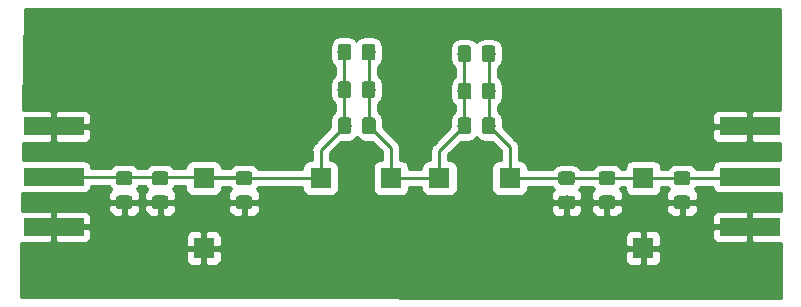
<source format=gbr>
G04 #@! TF.GenerationSoftware,KiCad,Pcbnew,(6.0.0-rc1-dev-305-gf0b8b21)*
G04 #@! TF.CreationDate,2020-01-21T15:09:04-08:00*
G04 #@! TF.ProjectId,3rd Order Inverse Chebyshev,337264204F7264657220496E76657273,rev?*
G04 #@! TF.SameCoordinates,Original*
G04 #@! TF.FileFunction,Copper,L1,Top,Signal*
G04 #@! TF.FilePolarity,Positive*
%FSLAX46Y46*%
G04 Gerber Fmt 4.6, Leading zero omitted, Abs format (unit mm)*
G04 Created by KiCad (PCBNEW (6.0.0-rc1-dev-305-gf0b8b21)) date Tuesday, January 21, 2020 at 03:09:04 PM*
%MOMM*%
%LPD*%
G01*
G04 APERTURE LIST*
G04 #@! TA.AperFunction,Conductor*
%ADD10C,0.100000*%
G04 #@! TD*
G04 #@! TA.AperFunction,SMDPad,CuDef*
%ADD11C,1.150000*%
G04 #@! TD*
G04 #@! TA.AperFunction,SMDPad,CuDef*
%ADD12R,1.778000X1.778000*%
G04 #@! TD*
G04 #@! TA.AperFunction,SMDPad,CuDef*
%ADD13R,5.080000X1.500000*%
G04 #@! TD*
G04 #@! TA.AperFunction,Conductor*
%ADD14C,0.250000*%
G04 #@! TD*
G04 #@! TA.AperFunction,Conductor*
%ADD15C,0.254000*%
G04 #@! TD*
G04 APERTURE END LIST*
D10*
G04 #@! TO.N,Net-(C1-Pad1)*
G04 #@! TO.C,C1*
G36*
X128118505Y-42724204D02*
X128142773Y-42727804D01*
X128166572Y-42733765D01*
X128189671Y-42742030D01*
X128211850Y-42752520D01*
X128232893Y-42765132D01*
X128252599Y-42779747D01*
X128270777Y-42796223D01*
X128287253Y-42814401D01*
X128301868Y-42834107D01*
X128314480Y-42855150D01*
X128324970Y-42877329D01*
X128333235Y-42900428D01*
X128339196Y-42924227D01*
X128342796Y-42948495D01*
X128344000Y-42972999D01*
X128344000Y-43623001D01*
X128342796Y-43647505D01*
X128339196Y-43671773D01*
X128333235Y-43695572D01*
X128324970Y-43718671D01*
X128314480Y-43740850D01*
X128301868Y-43761893D01*
X128287253Y-43781599D01*
X128270777Y-43799777D01*
X128252599Y-43816253D01*
X128232893Y-43830868D01*
X128211850Y-43843480D01*
X128189671Y-43853970D01*
X128166572Y-43862235D01*
X128142773Y-43868196D01*
X128118505Y-43871796D01*
X128094001Y-43873000D01*
X127193999Y-43873000D01*
X127169495Y-43871796D01*
X127145227Y-43868196D01*
X127121428Y-43862235D01*
X127098329Y-43853970D01*
X127076150Y-43843480D01*
X127055107Y-43830868D01*
X127035401Y-43816253D01*
X127017223Y-43799777D01*
X127000747Y-43781599D01*
X126986132Y-43761893D01*
X126973520Y-43740850D01*
X126963030Y-43718671D01*
X126954765Y-43695572D01*
X126948804Y-43671773D01*
X126945204Y-43647505D01*
X126944000Y-43623001D01*
X126944000Y-42972999D01*
X126945204Y-42948495D01*
X126948804Y-42924227D01*
X126954765Y-42900428D01*
X126963030Y-42877329D01*
X126973520Y-42855150D01*
X126986132Y-42834107D01*
X127000747Y-42814401D01*
X127017223Y-42796223D01*
X127035401Y-42779747D01*
X127055107Y-42765132D01*
X127076150Y-42752520D01*
X127098329Y-42742030D01*
X127121428Y-42733765D01*
X127145227Y-42727804D01*
X127169495Y-42724204D01*
X127193999Y-42723000D01*
X128094001Y-42723000D01*
X128118505Y-42724204D01*
X128118505Y-42724204D01*
G37*
D11*
G04 #@! TD*
G04 #@! TO.P,C1,1*
G04 #@! TO.N,Net-(C1-Pad1)*
X127644000Y-43298000D03*
D10*
G04 #@! TO.N,GND*
G04 #@! TO.C,C1*
G36*
X128118505Y-44774204D02*
X128142773Y-44777804D01*
X128166572Y-44783765D01*
X128189671Y-44792030D01*
X128211850Y-44802520D01*
X128232893Y-44815132D01*
X128252599Y-44829747D01*
X128270777Y-44846223D01*
X128287253Y-44864401D01*
X128301868Y-44884107D01*
X128314480Y-44905150D01*
X128324970Y-44927329D01*
X128333235Y-44950428D01*
X128339196Y-44974227D01*
X128342796Y-44998495D01*
X128344000Y-45022999D01*
X128344000Y-45673001D01*
X128342796Y-45697505D01*
X128339196Y-45721773D01*
X128333235Y-45745572D01*
X128324970Y-45768671D01*
X128314480Y-45790850D01*
X128301868Y-45811893D01*
X128287253Y-45831599D01*
X128270777Y-45849777D01*
X128252599Y-45866253D01*
X128232893Y-45880868D01*
X128211850Y-45893480D01*
X128189671Y-45903970D01*
X128166572Y-45912235D01*
X128142773Y-45918196D01*
X128118505Y-45921796D01*
X128094001Y-45923000D01*
X127193999Y-45923000D01*
X127169495Y-45921796D01*
X127145227Y-45918196D01*
X127121428Y-45912235D01*
X127098329Y-45903970D01*
X127076150Y-45893480D01*
X127055107Y-45880868D01*
X127035401Y-45866253D01*
X127017223Y-45849777D01*
X127000747Y-45831599D01*
X126986132Y-45811893D01*
X126973520Y-45790850D01*
X126963030Y-45768671D01*
X126954765Y-45745572D01*
X126948804Y-45721773D01*
X126945204Y-45697505D01*
X126944000Y-45673001D01*
X126944000Y-45022999D01*
X126945204Y-44998495D01*
X126948804Y-44974227D01*
X126954765Y-44950428D01*
X126963030Y-44927329D01*
X126973520Y-44905150D01*
X126986132Y-44884107D01*
X127000747Y-44864401D01*
X127017223Y-44846223D01*
X127035401Y-44829747D01*
X127055107Y-44815132D01*
X127076150Y-44802520D01*
X127098329Y-44792030D01*
X127121428Y-44783765D01*
X127145227Y-44777804D01*
X127169495Y-44774204D01*
X127193999Y-44773000D01*
X128094001Y-44773000D01*
X128118505Y-44774204D01*
X128118505Y-44774204D01*
G37*
D11*
G04 #@! TD*
G04 #@! TO.P,C1,2*
G04 #@! TO.N,GND*
X127644000Y-45348000D03*
D10*
G04 #@! TO.N,GND*
G04 #@! TO.C,C2*
G36*
X131166505Y-44774204D02*
X131190773Y-44777804D01*
X131214572Y-44783765D01*
X131237671Y-44792030D01*
X131259850Y-44802520D01*
X131280893Y-44815132D01*
X131300599Y-44829747D01*
X131318777Y-44846223D01*
X131335253Y-44864401D01*
X131349868Y-44884107D01*
X131362480Y-44905150D01*
X131372970Y-44927329D01*
X131381235Y-44950428D01*
X131387196Y-44974227D01*
X131390796Y-44998495D01*
X131392000Y-45022999D01*
X131392000Y-45673001D01*
X131390796Y-45697505D01*
X131387196Y-45721773D01*
X131381235Y-45745572D01*
X131372970Y-45768671D01*
X131362480Y-45790850D01*
X131349868Y-45811893D01*
X131335253Y-45831599D01*
X131318777Y-45849777D01*
X131300599Y-45866253D01*
X131280893Y-45880868D01*
X131259850Y-45893480D01*
X131237671Y-45903970D01*
X131214572Y-45912235D01*
X131190773Y-45918196D01*
X131166505Y-45921796D01*
X131142001Y-45923000D01*
X130241999Y-45923000D01*
X130217495Y-45921796D01*
X130193227Y-45918196D01*
X130169428Y-45912235D01*
X130146329Y-45903970D01*
X130124150Y-45893480D01*
X130103107Y-45880868D01*
X130083401Y-45866253D01*
X130065223Y-45849777D01*
X130048747Y-45831599D01*
X130034132Y-45811893D01*
X130021520Y-45790850D01*
X130011030Y-45768671D01*
X130002765Y-45745572D01*
X129996804Y-45721773D01*
X129993204Y-45697505D01*
X129992000Y-45673001D01*
X129992000Y-45022999D01*
X129993204Y-44998495D01*
X129996804Y-44974227D01*
X130002765Y-44950428D01*
X130011030Y-44927329D01*
X130021520Y-44905150D01*
X130034132Y-44884107D01*
X130048747Y-44864401D01*
X130065223Y-44846223D01*
X130083401Y-44829747D01*
X130103107Y-44815132D01*
X130124150Y-44802520D01*
X130146329Y-44792030D01*
X130169428Y-44783765D01*
X130193227Y-44777804D01*
X130217495Y-44774204D01*
X130241999Y-44773000D01*
X131142001Y-44773000D01*
X131166505Y-44774204D01*
X131166505Y-44774204D01*
G37*
D11*
G04 #@! TD*
G04 #@! TO.P,C2,2*
G04 #@! TO.N,GND*
X130692000Y-45348000D03*
D10*
G04 #@! TO.N,Net-(C1-Pad1)*
G04 #@! TO.C,C2*
G36*
X131166505Y-42724204D02*
X131190773Y-42727804D01*
X131214572Y-42733765D01*
X131237671Y-42742030D01*
X131259850Y-42752520D01*
X131280893Y-42765132D01*
X131300599Y-42779747D01*
X131318777Y-42796223D01*
X131335253Y-42814401D01*
X131349868Y-42834107D01*
X131362480Y-42855150D01*
X131372970Y-42877329D01*
X131381235Y-42900428D01*
X131387196Y-42924227D01*
X131390796Y-42948495D01*
X131392000Y-42972999D01*
X131392000Y-43623001D01*
X131390796Y-43647505D01*
X131387196Y-43671773D01*
X131381235Y-43695572D01*
X131372970Y-43718671D01*
X131362480Y-43740850D01*
X131349868Y-43761893D01*
X131335253Y-43781599D01*
X131318777Y-43799777D01*
X131300599Y-43816253D01*
X131280893Y-43830868D01*
X131259850Y-43843480D01*
X131237671Y-43853970D01*
X131214572Y-43862235D01*
X131190773Y-43868196D01*
X131166505Y-43871796D01*
X131142001Y-43873000D01*
X130241999Y-43873000D01*
X130217495Y-43871796D01*
X130193227Y-43868196D01*
X130169428Y-43862235D01*
X130146329Y-43853970D01*
X130124150Y-43843480D01*
X130103107Y-43830868D01*
X130083401Y-43816253D01*
X130065223Y-43799777D01*
X130048747Y-43781599D01*
X130034132Y-43761893D01*
X130021520Y-43740850D01*
X130011030Y-43718671D01*
X130002765Y-43695572D01*
X129996804Y-43671773D01*
X129993204Y-43647505D01*
X129992000Y-43623001D01*
X129992000Y-42972999D01*
X129993204Y-42948495D01*
X129996804Y-42924227D01*
X130002765Y-42900428D01*
X130011030Y-42877329D01*
X130021520Y-42855150D01*
X130034132Y-42834107D01*
X130048747Y-42814401D01*
X130065223Y-42796223D01*
X130083401Y-42779747D01*
X130103107Y-42765132D01*
X130124150Y-42752520D01*
X130146329Y-42742030D01*
X130169428Y-42733765D01*
X130193227Y-42727804D01*
X130217495Y-42724204D01*
X130241999Y-42723000D01*
X131142001Y-42723000D01*
X131166505Y-42724204D01*
X131166505Y-42724204D01*
G37*
D11*
G04 #@! TD*
G04 #@! TO.P,C2,1*
G04 #@! TO.N,Net-(C1-Pad1)*
X130692000Y-43298000D03*
D12*
G04 #@! TO.P,C3,1*
G04 #@! TO.N,Net-(C1-Pad1)*
X134366000Y-43307000D03*
G04 #@! TO.P,C3,2*
G04 #@! TO.N,GND*
X134366000Y-49242472D03*
G04 #@! TD*
G04 #@! TO.P,C5,1*
G04 #@! TO.N,Net-(C1-Pad1)*
X144272000Y-43307000D03*
G04 #@! TO.P,C5,2*
G04 #@! TO.N,Net-(C4-Pad1)*
X150207472Y-43307000D03*
G04 #@! TD*
G04 #@! TO.P,C7,2*
G04 #@! TO.N,Net-(C10-Pad1)*
X160274000Y-43307000D03*
G04 #@! TO.P,C7,1*
G04 #@! TO.N,Net-(C4-Pad1)*
X154338528Y-43307000D03*
G04 #@! TD*
D10*
G04 #@! TO.N,Net-(C10-Pad1)*
G04 #@! TO.C,C8*
G36*
X175353505Y-42724204D02*
X175377773Y-42727804D01*
X175401572Y-42733765D01*
X175424671Y-42742030D01*
X175446850Y-42752520D01*
X175467893Y-42765132D01*
X175487599Y-42779747D01*
X175505777Y-42796223D01*
X175522253Y-42814401D01*
X175536868Y-42834107D01*
X175549480Y-42855150D01*
X175559970Y-42877329D01*
X175568235Y-42900428D01*
X175574196Y-42924227D01*
X175577796Y-42948495D01*
X175579000Y-42972999D01*
X175579000Y-43623001D01*
X175577796Y-43647505D01*
X175574196Y-43671773D01*
X175568235Y-43695572D01*
X175559970Y-43718671D01*
X175549480Y-43740850D01*
X175536868Y-43761893D01*
X175522253Y-43781599D01*
X175505777Y-43799777D01*
X175487599Y-43816253D01*
X175467893Y-43830868D01*
X175446850Y-43843480D01*
X175424671Y-43853970D01*
X175401572Y-43862235D01*
X175377773Y-43868196D01*
X175353505Y-43871796D01*
X175329001Y-43873000D01*
X174428999Y-43873000D01*
X174404495Y-43871796D01*
X174380227Y-43868196D01*
X174356428Y-43862235D01*
X174333329Y-43853970D01*
X174311150Y-43843480D01*
X174290107Y-43830868D01*
X174270401Y-43816253D01*
X174252223Y-43799777D01*
X174235747Y-43781599D01*
X174221132Y-43761893D01*
X174208520Y-43740850D01*
X174198030Y-43718671D01*
X174189765Y-43695572D01*
X174183804Y-43671773D01*
X174180204Y-43647505D01*
X174179000Y-43623001D01*
X174179000Y-42972999D01*
X174180204Y-42948495D01*
X174183804Y-42924227D01*
X174189765Y-42900428D01*
X174198030Y-42877329D01*
X174208520Y-42855150D01*
X174221132Y-42834107D01*
X174235747Y-42814401D01*
X174252223Y-42796223D01*
X174270401Y-42779747D01*
X174290107Y-42765132D01*
X174311150Y-42752520D01*
X174333329Y-42742030D01*
X174356428Y-42733765D01*
X174380227Y-42727804D01*
X174404495Y-42724204D01*
X174428999Y-42723000D01*
X175329001Y-42723000D01*
X175353505Y-42724204D01*
X175353505Y-42724204D01*
G37*
D11*
G04 #@! TD*
G04 #@! TO.P,C8,1*
G04 #@! TO.N,Net-(C10-Pad1)*
X174879000Y-43298000D03*
D10*
G04 #@! TO.N,GND*
G04 #@! TO.C,C8*
G36*
X175353505Y-44774204D02*
X175377773Y-44777804D01*
X175401572Y-44783765D01*
X175424671Y-44792030D01*
X175446850Y-44802520D01*
X175467893Y-44815132D01*
X175487599Y-44829747D01*
X175505777Y-44846223D01*
X175522253Y-44864401D01*
X175536868Y-44884107D01*
X175549480Y-44905150D01*
X175559970Y-44927329D01*
X175568235Y-44950428D01*
X175574196Y-44974227D01*
X175577796Y-44998495D01*
X175579000Y-45022999D01*
X175579000Y-45673001D01*
X175577796Y-45697505D01*
X175574196Y-45721773D01*
X175568235Y-45745572D01*
X175559970Y-45768671D01*
X175549480Y-45790850D01*
X175536868Y-45811893D01*
X175522253Y-45831599D01*
X175505777Y-45849777D01*
X175487599Y-45866253D01*
X175467893Y-45880868D01*
X175446850Y-45893480D01*
X175424671Y-45903970D01*
X175401572Y-45912235D01*
X175377773Y-45918196D01*
X175353505Y-45921796D01*
X175329001Y-45923000D01*
X174428999Y-45923000D01*
X174404495Y-45921796D01*
X174380227Y-45918196D01*
X174356428Y-45912235D01*
X174333329Y-45903970D01*
X174311150Y-45893480D01*
X174290107Y-45880868D01*
X174270401Y-45866253D01*
X174252223Y-45849777D01*
X174235747Y-45831599D01*
X174221132Y-45811893D01*
X174208520Y-45790850D01*
X174198030Y-45768671D01*
X174189765Y-45745572D01*
X174183804Y-45721773D01*
X174180204Y-45697505D01*
X174179000Y-45673001D01*
X174179000Y-45022999D01*
X174180204Y-44998495D01*
X174183804Y-44974227D01*
X174189765Y-44950428D01*
X174198030Y-44927329D01*
X174208520Y-44905150D01*
X174221132Y-44884107D01*
X174235747Y-44864401D01*
X174252223Y-44846223D01*
X174270401Y-44829747D01*
X174290107Y-44815132D01*
X174311150Y-44802520D01*
X174333329Y-44792030D01*
X174356428Y-44783765D01*
X174380227Y-44777804D01*
X174404495Y-44774204D01*
X174428999Y-44773000D01*
X175329001Y-44773000D01*
X175353505Y-44774204D01*
X175353505Y-44774204D01*
G37*
D11*
G04 #@! TD*
G04 #@! TO.P,C8,2*
G04 #@! TO.N,GND*
X174879000Y-45348000D03*
D10*
G04 #@! TO.N,GND*
G04 #@! TO.C,C9*
G36*
X165574505Y-44783204D02*
X165598773Y-44786804D01*
X165622572Y-44792765D01*
X165645671Y-44801030D01*
X165667850Y-44811520D01*
X165688893Y-44824132D01*
X165708599Y-44838747D01*
X165726777Y-44855223D01*
X165743253Y-44873401D01*
X165757868Y-44893107D01*
X165770480Y-44914150D01*
X165780970Y-44936329D01*
X165789235Y-44959428D01*
X165795196Y-44983227D01*
X165798796Y-45007495D01*
X165800000Y-45031999D01*
X165800000Y-45682001D01*
X165798796Y-45706505D01*
X165795196Y-45730773D01*
X165789235Y-45754572D01*
X165780970Y-45777671D01*
X165770480Y-45799850D01*
X165757868Y-45820893D01*
X165743253Y-45840599D01*
X165726777Y-45858777D01*
X165708599Y-45875253D01*
X165688893Y-45889868D01*
X165667850Y-45902480D01*
X165645671Y-45912970D01*
X165622572Y-45921235D01*
X165598773Y-45927196D01*
X165574505Y-45930796D01*
X165550001Y-45932000D01*
X164649999Y-45932000D01*
X164625495Y-45930796D01*
X164601227Y-45927196D01*
X164577428Y-45921235D01*
X164554329Y-45912970D01*
X164532150Y-45902480D01*
X164511107Y-45889868D01*
X164491401Y-45875253D01*
X164473223Y-45858777D01*
X164456747Y-45840599D01*
X164442132Y-45820893D01*
X164429520Y-45799850D01*
X164419030Y-45777671D01*
X164410765Y-45754572D01*
X164404804Y-45730773D01*
X164401204Y-45706505D01*
X164400000Y-45682001D01*
X164400000Y-45031999D01*
X164401204Y-45007495D01*
X164404804Y-44983227D01*
X164410765Y-44959428D01*
X164419030Y-44936329D01*
X164429520Y-44914150D01*
X164442132Y-44893107D01*
X164456747Y-44873401D01*
X164473223Y-44855223D01*
X164491401Y-44838747D01*
X164511107Y-44824132D01*
X164532150Y-44811520D01*
X164554329Y-44801030D01*
X164577428Y-44792765D01*
X164601227Y-44786804D01*
X164625495Y-44783204D01*
X164649999Y-44782000D01*
X165550001Y-44782000D01*
X165574505Y-44783204D01*
X165574505Y-44783204D01*
G37*
D11*
G04 #@! TD*
G04 #@! TO.P,C9,2*
G04 #@! TO.N,GND*
X165100000Y-45357000D03*
D10*
G04 #@! TO.N,Net-(C10-Pad1)*
G04 #@! TO.C,C9*
G36*
X165574505Y-42733204D02*
X165598773Y-42736804D01*
X165622572Y-42742765D01*
X165645671Y-42751030D01*
X165667850Y-42761520D01*
X165688893Y-42774132D01*
X165708599Y-42788747D01*
X165726777Y-42805223D01*
X165743253Y-42823401D01*
X165757868Y-42843107D01*
X165770480Y-42864150D01*
X165780970Y-42886329D01*
X165789235Y-42909428D01*
X165795196Y-42933227D01*
X165798796Y-42957495D01*
X165800000Y-42981999D01*
X165800000Y-43632001D01*
X165798796Y-43656505D01*
X165795196Y-43680773D01*
X165789235Y-43704572D01*
X165780970Y-43727671D01*
X165770480Y-43749850D01*
X165757868Y-43770893D01*
X165743253Y-43790599D01*
X165726777Y-43808777D01*
X165708599Y-43825253D01*
X165688893Y-43839868D01*
X165667850Y-43852480D01*
X165645671Y-43862970D01*
X165622572Y-43871235D01*
X165598773Y-43877196D01*
X165574505Y-43880796D01*
X165550001Y-43882000D01*
X164649999Y-43882000D01*
X164625495Y-43880796D01*
X164601227Y-43877196D01*
X164577428Y-43871235D01*
X164554329Y-43862970D01*
X164532150Y-43852480D01*
X164511107Y-43839868D01*
X164491401Y-43825253D01*
X164473223Y-43808777D01*
X164456747Y-43790599D01*
X164442132Y-43770893D01*
X164429520Y-43749850D01*
X164419030Y-43727671D01*
X164410765Y-43704572D01*
X164404804Y-43680773D01*
X164401204Y-43656505D01*
X164400000Y-43632001D01*
X164400000Y-42981999D01*
X164401204Y-42957495D01*
X164404804Y-42933227D01*
X164410765Y-42909428D01*
X164419030Y-42886329D01*
X164429520Y-42864150D01*
X164442132Y-42843107D01*
X164456747Y-42823401D01*
X164473223Y-42805223D01*
X164491401Y-42788747D01*
X164511107Y-42774132D01*
X164532150Y-42761520D01*
X164554329Y-42751030D01*
X164577428Y-42742765D01*
X164601227Y-42736804D01*
X164625495Y-42733204D01*
X164649999Y-42732000D01*
X165550001Y-42732000D01*
X165574505Y-42733204D01*
X165574505Y-42733204D01*
G37*
D11*
G04 #@! TD*
G04 #@! TO.P,C9,1*
G04 #@! TO.N,Net-(C10-Pad1)*
X165100000Y-43307000D03*
D12*
G04 #@! TO.P,C10,2*
G04 #@! TO.N,GND*
X171577000Y-49242472D03*
G04 #@! TO.P,C10,1*
G04 #@! TO.N,Net-(C10-Pad1)*
X171577000Y-43307000D03*
G04 #@! TD*
D13*
G04 #@! TO.P,J1,1*
G04 #@! TO.N,Net-(C1-Pad1)*
X121666000Y-43180000D03*
G04 #@! TO.P,J1,2*
G04 #@! TO.N,GND*
X121666000Y-47430000D03*
X121666000Y-38930000D03*
G04 #@! TD*
G04 #@! TO.P,J2,2*
G04 #@! TO.N,GND*
X180594000Y-47430000D03*
X180594000Y-38930000D03*
G04 #@! TO.P,J2,1*
G04 #@! TO.N,Net-(C10-Pad1)*
X180594000Y-43180000D03*
G04 #@! TD*
D10*
G04 #@! TO.N,Net-(C1-Pad1)*
G04 #@! TO.C,L1*
G36*
X138269505Y-42724204D02*
X138293773Y-42727804D01*
X138317572Y-42733765D01*
X138340671Y-42742030D01*
X138362850Y-42752520D01*
X138383893Y-42765132D01*
X138403599Y-42779747D01*
X138421777Y-42796223D01*
X138438253Y-42814401D01*
X138452868Y-42834107D01*
X138465480Y-42855150D01*
X138475970Y-42877329D01*
X138484235Y-42900428D01*
X138490196Y-42924227D01*
X138493796Y-42948495D01*
X138495000Y-42972999D01*
X138495000Y-43623001D01*
X138493796Y-43647505D01*
X138490196Y-43671773D01*
X138484235Y-43695572D01*
X138475970Y-43718671D01*
X138465480Y-43740850D01*
X138452868Y-43761893D01*
X138438253Y-43781599D01*
X138421777Y-43799777D01*
X138403599Y-43816253D01*
X138383893Y-43830868D01*
X138362850Y-43843480D01*
X138340671Y-43853970D01*
X138317572Y-43862235D01*
X138293773Y-43868196D01*
X138269505Y-43871796D01*
X138245001Y-43873000D01*
X137344999Y-43873000D01*
X137320495Y-43871796D01*
X137296227Y-43868196D01*
X137272428Y-43862235D01*
X137249329Y-43853970D01*
X137227150Y-43843480D01*
X137206107Y-43830868D01*
X137186401Y-43816253D01*
X137168223Y-43799777D01*
X137151747Y-43781599D01*
X137137132Y-43761893D01*
X137124520Y-43740850D01*
X137114030Y-43718671D01*
X137105765Y-43695572D01*
X137099804Y-43671773D01*
X137096204Y-43647505D01*
X137095000Y-43623001D01*
X137095000Y-42972999D01*
X137096204Y-42948495D01*
X137099804Y-42924227D01*
X137105765Y-42900428D01*
X137114030Y-42877329D01*
X137124520Y-42855150D01*
X137137132Y-42834107D01*
X137151747Y-42814401D01*
X137168223Y-42796223D01*
X137186401Y-42779747D01*
X137206107Y-42765132D01*
X137227150Y-42752520D01*
X137249329Y-42742030D01*
X137272428Y-42733765D01*
X137296227Y-42727804D01*
X137320495Y-42724204D01*
X137344999Y-42723000D01*
X138245001Y-42723000D01*
X138269505Y-42724204D01*
X138269505Y-42724204D01*
G37*
D11*
G04 #@! TD*
G04 #@! TO.P,L1,1*
G04 #@! TO.N,Net-(C1-Pad1)*
X137795000Y-43298000D03*
D10*
G04 #@! TO.N,GND*
G04 #@! TO.C,L1*
G36*
X138269505Y-44774204D02*
X138293773Y-44777804D01*
X138317572Y-44783765D01*
X138340671Y-44792030D01*
X138362850Y-44802520D01*
X138383893Y-44815132D01*
X138403599Y-44829747D01*
X138421777Y-44846223D01*
X138438253Y-44864401D01*
X138452868Y-44884107D01*
X138465480Y-44905150D01*
X138475970Y-44927329D01*
X138484235Y-44950428D01*
X138490196Y-44974227D01*
X138493796Y-44998495D01*
X138495000Y-45022999D01*
X138495000Y-45673001D01*
X138493796Y-45697505D01*
X138490196Y-45721773D01*
X138484235Y-45745572D01*
X138475970Y-45768671D01*
X138465480Y-45790850D01*
X138452868Y-45811893D01*
X138438253Y-45831599D01*
X138421777Y-45849777D01*
X138403599Y-45866253D01*
X138383893Y-45880868D01*
X138362850Y-45893480D01*
X138340671Y-45903970D01*
X138317572Y-45912235D01*
X138293773Y-45918196D01*
X138269505Y-45921796D01*
X138245001Y-45923000D01*
X137344999Y-45923000D01*
X137320495Y-45921796D01*
X137296227Y-45918196D01*
X137272428Y-45912235D01*
X137249329Y-45903970D01*
X137227150Y-45893480D01*
X137206107Y-45880868D01*
X137186401Y-45866253D01*
X137168223Y-45849777D01*
X137151747Y-45831599D01*
X137137132Y-45811893D01*
X137124520Y-45790850D01*
X137114030Y-45768671D01*
X137105765Y-45745572D01*
X137099804Y-45721773D01*
X137096204Y-45697505D01*
X137095000Y-45673001D01*
X137095000Y-45022999D01*
X137096204Y-44998495D01*
X137099804Y-44974227D01*
X137105765Y-44950428D01*
X137114030Y-44927329D01*
X137124520Y-44905150D01*
X137137132Y-44884107D01*
X137151747Y-44864401D01*
X137168223Y-44846223D01*
X137186401Y-44829747D01*
X137206107Y-44815132D01*
X137227150Y-44802520D01*
X137249329Y-44792030D01*
X137272428Y-44783765D01*
X137296227Y-44777804D01*
X137320495Y-44774204D01*
X137344999Y-44773000D01*
X138245001Y-44773000D01*
X138269505Y-44774204D01*
X138269505Y-44774204D01*
G37*
D11*
G04 #@! TD*
G04 #@! TO.P,L1,2*
G04 #@! TO.N,GND*
X137795000Y-45348000D03*
D10*
G04 #@! TO.N,Net-(C4-Pad1)*
G04 #@! TO.C,L2*
G36*
X148685505Y-31940204D02*
X148709773Y-31943804D01*
X148733572Y-31949765D01*
X148756671Y-31958030D01*
X148778850Y-31968520D01*
X148799893Y-31981132D01*
X148819599Y-31995747D01*
X148837777Y-32012223D01*
X148854253Y-32030401D01*
X148868868Y-32050107D01*
X148881480Y-32071150D01*
X148891970Y-32093329D01*
X148900235Y-32116428D01*
X148906196Y-32140227D01*
X148909796Y-32164495D01*
X148911000Y-32188999D01*
X148911000Y-33089001D01*
X148909796Y-33113505D01*
X148906196Y-33137773D01*
X148900235Y-33161572D01*
X148891970Y-33184671D01*
X148881480Y-33206850D01*
X148868868Y-33227893D01*
X148854253Y-33247599D01*
X148837777Y-33265777D01*
X148819599Y-33282253D01*
X148799893Y-33296868D01*
X148778850Y-33309480D01*
X148756671Y-33319970D01*
X148733572Y-33328235D01*
X148709773Y-33334196D01*
X148685505Y-33337796D01*
X148661001Y-33339000D01*
X148010999Y-33339000D01*
X147986495Y-33337796D01*
X147962227Y-33334196D01*
X147938428Y-33328235D01*
X147915329Y-33319970D01*
X147893150Y-33309480D01*
X147872107Y-33296868D01*
X147852401Y-33282253D01*
X147834223Y-33265777D01*
X147817747Y-33247599D01*
X147803132Y-33227893D01*
X147790520Y-33206850D01*
X147780030Y-33184671D01*
X147771765Y-33161572D01*
X147765804Y-33137773D01*
X147762204Y-33113505D01*
X147761000Y-33089001D01*
X147761000Y-32188999D01*
X147762204Y-32164495D01*
X147765804Y-32140227D01*
X147771765Y-32116428D01*
X147780030Y-32093329D01*
X147790520Y-32071150D01*
X147803132Y-32050107D01*
X147817747Y-32030401D01*
X147834223Y-32012223D01*
X147852401Y-31995747D01*
X147872107Y-31981132D01*
X147893150Y-31968520D01*
X147915329Y-31958030D01*
X147938428Y-31949765D01*
X147962227Y-31943804D01*
X147986495Y-31940204D01*
X148010999Y-31939000D01*
X148661001Y-31939000D01*
X148685505Y-31940204D01*
X148685505Y-31940204D01*
G37*
D11*
G04 #@! TD*
G04 #@! TO.P,L2,2*
G04 #@! TO.N,Net-(C4-Pad1)*
X148336000Y-32639000D03*
D10*
G04 #@! TO.N,Net-(C1-Pad1)*
G04 #@! TO.C,L2*
G36*
X146635505Y-31940204D02*
X146659773Y-31943804D01*
X146683572Y-31949765D01*
X146706671Y-31958030D01*
X146728850Y-31968520D01*
X146749893Y-31981132D01*
X146769599Y-31995747D01*
X146787777Y-32012223D01*
X146804253Y-32030401D01*
X146818868Y-32050107D01*
X146831480Y-32071150D01*
X146841970Y-32093329D01*
X146850235Y-32116428D01*
X146856196Y-32140227D01*
X146859796Y-32164495D01*
X146861000Y-32188999D01*
X146861000Y-33089001D01*
X146859796Y-33113505D01*
X146856196Y-33137773D01*
X146850235Y-33161572D01*
X146841970Y-33184671D01*
X146831480Y-33206850D01*
X146818868Y-33227893D01*
X146804253Y-33247599D01*
X146787777Y-33265777D01*
X146769599Y-33282253D01*
X146749893Y-33296868D01*
X146728850Y-33309480D01*
X146706671Y-33319970D01*
X146683572Y-33328235D01*
X146659773Y-33334196D01*
X146635505Y-33337796D01*
X146611001Y-33339000D01*
X145960999Y-33339000D01*
X145936495Y-33337796D01*
X145912227Y-33334196D01*
X145888428Y-33328235D01*
X145865329Y-33319970D01*
X145843150Y-33309480D01*
X145822107Y-33296868D01*
X145802401Y-33282253D01*
X145784223Y-33265777D01*
X145767747Y-33247599D01*
X145753132Y-33227893D01*
X145740520Y-33206850D01*
X145730030Y-33184671D01*
X145721765Y-33161572D01*
X145715804Y-33137773D01*
X145712204Y-33113505D01*
X145711000Y-33089001D01*
X145711000Y-32188999D01*
X145712204Y-32164495D01*
X145715804Y-32140227D01*
X145721765Y-32116428D01*
X145730030Y-32093329D01*
X145740520Y-32071150D01*
X145753132Y-32050107D01*
X145767747Y-32030401D01*
X145784223Y-32012223D01*
X145802401Y-31995747D01*
X145822107Y-31981132D01*
X145843150Y-31968520D01*
X145865329Y-31958030D01*
X145888428Y-31949765D01*
X145912227Y-31943804D01*
X145936495Y-31940204D01*
X145960999Y-31939000D01*
X146611001Y-31939000D01*
X146635505Y-31940204D01*
X146635505Y-31940204D01*
G37*
D11*
G04 #@! TD*
G04 #@! TO.P,L2,1*
G04 #@! TO.N,Net-(C1-Pad1)*
X146286000Y-32639000D03*
D10*
G04 #@! TO.N,Net-(C4-Pad1)*
G04 #@! TO.C,L3*
G36*
X148685505Y-35115204D02*
X148709773Y-35118804D01*
X148733572Y-35124765D01*
X148756671Y-35133030D01*
X148778850Y-35143520D01*
X148799893Y-35156132D01*
X148819599Y-35170747D01*
X148837777Y-35187223D01*
X148854253Y-35205401D01*
X148868868Y-35225107D01*
X148881480Y-35246150D01*
X148891970Y-35268329D01*
X148900235Y-35291428D01*
X148906196Y-35315227D01*
X148909796Y-35339495D01*
X148911000Y-35363999D01*
X148911000Y-36264001D01*
X148909796Y-36288505D01*
X148906196Y-36312773D01*
X148900235Y-36336572D01*
X148891970Y-36359671D01*
X148881480Y-36381850D01*
X148868868Y-36402893D01*
X148854253Y-36422599D01*
X148837777Y-36440777D01*
X148819599Y-36457253D01*
X148799893Y-36471868D01*
X148778850Y-36484480D01*
X148756671Y-36494970D01*
X148733572Y-36503235D01*
X148709773Y-36509196D01*
X148685505Y-36512796D01*
X148661001Y-36514000D01*
X148010999Y-36514000D01*
X147986495Y-36512796D01*
X147962227Y-36509196D01*
X147938428Y-36503235D01*
X147915329Y-36494970D01*
X147893150Y-36484480D01*
X147872107Y-36471868D01*
X147852401Y-36457253D01*
X147834223Y-36440777D01*
X147817747Y-36422599D01*
X147803132Y-36402893D01*
X147790520Y-36381850D01*
X147780030Y-36359671D01*
X147771765Y-36336572D01*
X147765804Y-36312773D01*
X147762204Y-36288505D01*
X147761000Y-36264001D01*
X147761000Y-35363999D01*
X147762204Y-35339495D01*
X147765804Y-35315227D01*
X147771765Y-35291428D01*
X147780030Y-35268329D01*
X147790520Y-35246150D01*
X147803132Y-35225107D01*
X147817747Y-35205401D01*
X147834223Y-35187223D01*
X147852401Y-35170747D01*
X147872107Y-35156132D01*
X147893150Y-35143520D01*
X147915329Y-35133030D01*
X147938428Y-35124765D01*
X147962227Y-35118804D01*
X147986495Y-35115204D01*
X148010999Y-35114000D01*
X148661001Y-35114000D01*
X148685505Y-35115204D01*
X148685505Y-35115204D01*
G37*
D11*
G04 #@! TD*
G04 #@! TO.P,L3,2*
G04 #@! TO.N,Net-(C4-Pad1)*
X148336000Y-35814000D03*
D10*
G04 #@! TO.N,Net-(C1-Pad1)*
G04 #@! TO.C,L3*
G36*
X146635505Y-35115204D02*
X146659773Y-35118804D01*
X146683572Y-35124765D01*
X146706671Y-35133030D01*
X146728850Y-35143520D01*
X146749893Y-35156132D01*
X146769599Y-35170747D01*
X146787777Y-35187223D01*
X146804253Y-35205401D01*
X146818868Y-35225107D01*
X146831480Y-35246150D01*
X146841970Y-35268329D01*
X146850235Y-35291428D01*
X146856196Y-35315227D01*
X146859796Y-35339495D01*
X146861000Y-35363999D01*
X146861000Y-36264001D01*
X146859796Y-36288505D01*
X146856196Y-36312773D01*
X146850235Y-36336572D01*
X146841970Y-36359671D01*
X146831480Y-36381850D01*
X146818868Y-36402893D01*
X146804253Y-36422599D01*
X146787777Y-36440777D01*
X146769599Y-36457253D01*
X146749893Y-36471868D01*
X146728850Y-36484480D01*
X146706671Y-36494970D01*
X146683572Y-36503235D01*
X146659773Y-36509196D01*
X146635505Y-36512796D01*
X146611001Y-36514000D01*
X145960999Y-36514000D01*
X145936495Y-36512796D01*
X145912227Y-36509196D01*
X145888428Y-36503235D01*
X145865329Y-36494970D01*
X145843150Y-36484480D01*
X145822107Y-36471868D01*
X145802401Y-36457253D01*
X145784223Y-36440777D01*
X145767747Y-36422599D01*
X145753132Y-36402893D01*
X145740520Y-36381850D01*
X145730030Y-36359671D01*
X145721765Y-36336572D01*
X145715804Y-36312773D01*
X145712204Y-36288505D01*
X145711000Y-36264001D01*
X145711000Y-35363999D01*
X145712204Y-35339495D01*
X145715804Y-35315227D01*
X145721765Y-35291428D01*
X145730030Y-35268329D01*
X145740520Y-35246150D01*
X145753132Y-35225107D01*
X145767747Y-35205401D01*
X145784223Y-35187223D01*
X145802401Y-35170747D01*
X145822107Y-35156132D01*
X145843150Y-35143520D01*
X145865329Y-35133030D01*
X145888428Y-35124765D01*
X145912227Y-35118804D01*
X145936495Y-35115204D01*
X145960999Y-35114000D01*
X146611001Y-35114000D01*
X146635505Y-35115204D01*
X146635505Y-35115204D01*
G37*
D11*
G04 #@! TD*
G04 #@! TO.P,L3,1*
G04 #@! TO.N,Net-(C1-Pad1)*
X146286000Y-35814000D03*
D10*
G04 #@! TO.N,Net-(C4-Pad1)*
G04 #@! TO.C,L4*
G36*
X156795505Y-32067204D02*
X156819773Y-32070804D01*
X156843572Y-32076765D01*
X156866671Y-32085030D01*
X156888850Y-32095520D01*
X156909893Y-32108132D01*
X156929599Y-32122747D01*
X156947777Y-32139223D01*
X156964253Y-32157401D01*
X156978868Y-32177107D01*
X156991480Y-32198150D01*
X157001970Y-32220329D01*
X157010235Y-32243428D01*
X157016196Y-32267227D01*
X157019796Y-32291495D01*
X157021000Y-32315999D01*
X157021000Y-33216001D01*
X157019796Y-33240505D01*
X157016196Y-33264773D01*
X157010235Y-33288572D01*
X157001970Y-33311671D01*
X156991480Y-33333850D01*
X156978868Y-33354893D01*
X156964253Y-33374599D01*
X156947777Y-33392777D01*
X156929599Y-33409253D01*
X156909893Y-33423868D01*
X156888850Y-33436480D01*
X156866671Y-33446970D01*
X156843572Y-33455235D01*
X156819773Y-33461196D01*
X156795505Y-33464796D01*
X156771001Y-33466000D01*
X156120999Y-33466000D01*
X156096495Y-33464796D01*
X156072227Y-33461196D01*
X156048428Y-33455235D01*
X156025329Y-33446970D01*
X156003150Y-33436480D01*
X155982107Y-33423868D01*
X155962401Y-33409253D01*
X155944223Y-33392777D01*
X155927747Y-33374599D01*
X155913132Y-33354893D01*
X155900520Y-33333850D01*
X155890030Y-33311671D01*
X155881765Y-33288572D01*
X155875804Y-33264773D01*
X155872204Y-33240505D01*
X155871000Y-33216001D01*
X155871000Y-32315999D01*
X155872204Y-32291495D01*
X155875804Y-32267227D01*
X155881765Y-32243428D01*
X155890030Y-32220329D01*
X155900520Y-32198150D01*
X155913132Y-32177107D01*
X155927747Y-32157401D01*
X155944223Y-32139223D01*
X155962401Y-32122747D01*
X155982107Y-32108132D01*
X156003150Y-32095520D01*
X156025329Y-32085030D01*
X156048428Y-32076765D01*
X156072227Y-32070804D01*
X156096495Y-32067204D01*
X156120999Y-32066000D01*
X156771001Y-32066000D01*
X156795505Y-32067204D01*
X156795505Y-32067204D01*
G37*
D11*
G04 #@! TD*
G04 #@! TO.P,L4,1*
G04 #@! TO.N,Net-(C4-Pad1)*
X156446000Y-32766000D03*
D10*
G04 #@! TO.N,Net-(C10-Pad1)*
G04 #@! TO.C,L4*
G36*
X158845505Y-32067204D02*
X158869773Y-32070804D01*
X158893572Y-32076765D01*
X158916671Y-32085030D01*
X158938850Y-32095520D01*
X158959893Y-32108132D01*
X158979599Y-32122747D01*
X158997777Y-32139223D01*
X159014253Y-32157401D01*
X159028868Y-32177107D01*
X159041480Y-32198150D01*
X159051970Y-32220329D01*
X159060235Y-32243428D01*
X159066196Y-32267227D01*
X159069796Y-32291495D01*
X159071000Y-32315999D01*
X159071000Y-33216001D01*
X159069796Y-33240505D01*
X159066196Y-33264773D01*
X159060235Y-33288572D01*
X159051970Y-33311671D01*
X159041480Y-33333850D01*
X159028868Y-33354893D01*
X159014253Y-33374599D01*
X158997777Y-33392777D01*
X158979599Y-33409253D01*
X158959893Y-33423868D01*
X158938850Y-33436480D01*
X158916671Y-33446970D01*
X158893572Y-33455235D01*
X158869773Y-33461196D01*
X158845505Y-33464796D01*
X158821001Y-33466000D01*
X158170999Y-33466000D01*
X158146495Y-33464796D01*
X158122227Y-33461196D01*
X158098428Y-33455235D01*
X158075329Y-33446970D01*
X158053150Y-33436480D01*
X158032107Y-33423868D01*
X158012401Y-33409253D01*
X157994223Y-33392777D01*
X157977747Y-33374599D01*
X157963132Y-33354893D01*
X157950520Y-33333850D01*
X157940030Y-33311671D01*
X157931765Y-33288572D01*
X157925804Y-33264773D01*
X157922204Y-33240505D01*
X157921000Y-33216001D01*
X157921000Y-32315999D01*
X157922204Y-32291495D01*
X157925804Y-32267227D01*
X157931765Y-32243428D01*
X157940030Y-32220329D01*
X157950520Y-32198150D01*
X157963132Y-32177107D01*
X157977747Y-32157401D01*
X157994223Y-32139223D01*
X158012401Y-32122747D01*
X158032107Y-32108132D01*
X158053150Y-32095520D01*
X158075329Y-32085030D01*
X158098428Y-32076765D01*
X158122227Y-32070804D01*
X158146495Y-32067204D01*
X158170999Y-32066000D01*
X158821001Y-32066000D01*
X158845505Y-32067204D01*
X158845505Y-32067204D01*
G37*
D11*
G04 #@! TD*
G04 #@! TO.P,L4,2*
G04 #@! TO.N,Net-(C10-Pad1)*
X158496000Y-32766000D03*
D10*
G04 #@! TO.N,Net-(C10-Pad1)*
G04 #@! TO.C,L5*
G36*
X158854505Y-35242204D02*
X158878773Y-35245804D01*
X158902572Y-35251765D01*
X158925671Y-35260030D01*
X158947850Y-35270520D01*
X158968893Y-35283132D01*
X158988599Y-35297747D01*
X159006777Y-35314223D01*
X159023253Y-35332401D01*
X159037868Y-35352107D01*
X159050480Y-35373150D01*
X159060970Y-35395329D01*
X159069235Y-35418428D01*
X159075196Y-35442227D01*
X159078796Y-35466495D01*
X159080000Y-35490999D01*
X159080000Y-36391001D01*
X159078796Y-36415505D01*
X159075196Y-36439773D01*
X159069235Y-36463572D01*
X159060970Y-36486671D01*
X159050480Y-36508850D01*
X159037868Y-36529893D01*
X159023253Y-36549599D01*
X159006777Y-36567777D01*
X158988599Y-36584253D01*
X158968893Y-36598868D01*
X158947850Y-36611480D01*
X158925671Y-36621970D01*
X158902572Y-36630235D01*
X158878773Y-36636196D01*
X158854505Y-36639796D01*
X158830001Y-36641000D01*
X158179999Y-36641000D01*
X158155495Y-36639796D01*
X158131227Y-36636196D01*
X158107428Y-36630235D01*
X158084329Y-36621970D01*
X158062150Y-36611480D01*
X158041107Y-36598868D01*
X158021401Y-36584253D01*
X158003223Y-36567777D01*
X157986747Y-36549599D01*
X157972132Y-36529893D01*
X157959520Y-36508850D01*
X157949030Y-36486671D01*
X157940765Y-36463572D01*
X157934804Y-36439773D01*
X157931204Y-36415505D01*
X157930000Y-36391001D01*
X157930000Y-35490999D01*
X157931204Y-35466495D01*
X157934804Y-35442227D01*
X157940765Y-35418428D01*
X157949030Y-35395329D01*
X157959520Y-35373150D01*
X157972132Y-35352107D01*
X157986747Y-35332401D01*
X158003223Y-35314223D01*
X158021401Y-35297747D01*
X158041107Y-35283132D01*
X158062150Y-35270520D01*
X158084329Y-35260030D01*
X158107428Y-35251765D01*
X158131227Y-35245804D01*
X158155495Y-35242204D01*
X158179999Y-35241000D01*
X158830001Y-35241000D01*
X158854505Y-35242204D01*
X158854505Y-35242204D01*
G37*
D11*
G04 #@! TD*
G04 #@! TO.P,L5,2*
G04 #@! TO.N,Net-(C10-Pad1)*
X158505000Y-35941000D03*
D10*
G04 #@! TO.N,Net-(C4-Pad1)*
G04 #@! TO.C,L5*
G36*
X156804505Y-35242204D02*
X156828773Y-35245804D01*
X156852572Y-35251765D01*
X156875671Y-35260030D01*
X156897850Y-35270520D01*
X156918893Y-35283132D01*
X156938599Y-35297747D01*
X156956777Y-35314223D01*
X156973253Y-35332401D01*
X156987868Y-35352107D01*
X157000480Y-35373150D01*
X157010970Y-35395329D01*
X157019235Y-35418428D01*
X157025196Y-35442227D01*
X157028796Y-35466495D01*
X157030000Y-35490999D01*
X157030000Y-36391001D01*
X157028796Y-36415505D01*
X157025196Y-36439773D01*
X157019235Y-36463572D01*
X157010970Y-36486671D01*
X157000480Y-36508850D01*
X156987868Y-36529893D01*
X156973253Y-36549599D01*
X156956777Y-36567777D01*
X156938599Y-36584253D01*
X156918893Y-36598868D01*
X156897850Y-36611480D01*
X156875671Y-36621970D01*
X156852572Y-36630235D01*
X156828773Y-36636196D01*
X156804505Y-36639796D01*
X156780001Y-36641000D01*
X156129999Y-36641000D01*
X156105495Y-36639796D01*
X156081227Y-36636196D01*
X156057428Y-36630235D01*
X156034329Y-36621970D01*
X156012150Y-36611480D01*
X155991107Y-36598868D01*
X155971401Y-36584253D01*
X155953223Y-36567777D01*
X155936747Y-36549599D01*
X155922132Y-36529893D01*
X155909520Y-36508850D01*
X155899030Y-36486671D01*
X155890765Y-36463572D01*
X155884804Y-36439773D01*
X155881204Y-36415505D01*
X155880000Y-36391001D01*
X155880000Y-35490999D01*
X155881204Y-35466495D01*
X155884804Y-35442227D01*
X155890765Y-35418428D01*
X155899030Y-35395329D01*
X155909520Y-35373150D01*
X155922132Y-35352107D01*
X155936747Y-35332401D01*
X155953223Y-35314223D01*
X155971401Y-35297747D01*
X155991107Y-35283132D01*
X156012150Y-35270520D01*
X156034329Y-35260030D01*
X156057428Y-35251765D01*
X156081227Y-35245804D01*
X156105495Y-35242204D01*
X156129999Y-35241000D01*
X156780001Y-35241000D01*
X156804505Y-35242204D01*
X156804505Y-35242204D01*
G37*
D11*
G04 #@! TD*
G04 #@! TO.P,L5,1*
G04 #@! TO.N,Net-(C4-Pad1)*
X156455000Y-35941000D03*
D10*
G04 #@! TO.N,Net-(C10-Pad1)*
G04 #@! TO.C,L6*
G36*
X168994505Y-42724204D02*
X169018773Y-42727804D01*
X169042572Y-42733765D01*
X169065671Y-42742030D01*
X169087850Y-42752520D01*
X169108893Y-42765132D01*
X169128599Y-42779747D01*
X169146777Y-42796223D01*
X169163253Y-42814401D01*
X169177868Y-42834107D01*
X169190480Y-42855150D01*
X169200970Y-42877329D01*
X169209235Y-42900428D01*
X169215196Y-42924227D01*
X169218796Y-42948495D01*
X169220000Y-42972999D01*
X169220000Y-43623001D01*
X169218796Y-43647505D01*
X169215196Y-43671773D01*
X169209235Y-43695572D01*
X169200970Y-43718671D01*
X169190480Y-43740850D01*
X169177868Y-43761893D01*
X169163253Y-43781599D01*
X169146777Y-43799777D01*
X169128599Y-43816253D01*
X169108893Y-43830868D01*
X169087850Y-43843480D01*
X169065671Y-43853970D01*
X169042572Y-43862235D01*
X169018773Y-43868196D01*
X168994505Y-43871796D01*
X168970001Y-43873000D01*
X168069999Y-43873000D01*
X168045495Y-43871796D01*
X168021227Y-43868196D01*
X167997428Y-43862235D01*
X167974329Y-43853970D01*
X167952150Y-43843480D01*
X167931107Y-43830868D01*
X167911401Y-43816253D01*
X167893223Y-43799777D01*
X167876747Y-43781599D01*
X167862132Y-43761893D01*
X167849520Y-43740850D01*
X167839030Y-43718671D01*
X167830765Y-43695572D01*
X167824804Y-43671773D01*
X167821204Y-43647505D01*
X167820000Y-43623001D01*
X167820000Y-42972999D01*
X167821204Y-42948495D01*
X167824804Y-42924227D01*
X167830765Y-42900428D01*
X167839030Y-42877329D01*
X167849520Y-42855150D01*
X167862132Y-42834107D01*
X167876747Y-42814401D01*
X167893223Y-42796223D01*
X167911401Y-42779747D01*
X167931107Y-42765132D01*
X167952150Y-42752520D01*
X167974329Y-42742030D01*
X167997428Y-42733765D01*
X168021227Y-42727804D01*
X168045495Y-42724204D01*
X168069999Y-42723000D01*
X168970001Y-42723000D01*
X168994505Y-42724204D01*
X168994505Y-42724204D01*
G37*
D11*
G04 #@! TD*
G04 #@! TO.P,L6,1*
G04 #@! TO.N,Net-(C10-Pad1)*
X168520000Y-43298000D03*
D10*
G04 #@! TO.N,GND*
G04 #@! TO.C,L6*
G36*
X168994505Y-44774204D02*
X169018773Y-44777804D01*
X169042572Y-44783765D01*
X169065671Y-44792030D01*
X169087850Y-44802520D01*
X169108893Y-44815132D01*
X169128599Y-44829747D01*
X169146777Y-44846223D01*
X169163253Y-44864401D01*
X169177868Y-44884107D01*
X169190480Y-44905150D01*
X169200970Y-44927329D01*
X169209235Y-44950428D01*
X169215196Y-44974227D01*
X169218796Y-44998495D01*
X169220000Y-45022999D01*
X169220000Y-45673001D01*
X169218796Y-45697505D01*
X169215196Y-45721773D01*
X169209235Y-45745572D01*
X169200970Y-45768671D01*
X169190480Y-45790850D01*
X169177868Y-45811893D01*
X169163253Y-45831599D01*
X169146777Y-45849777D01*
X169128599Y-45866253D01*
X169108893Y-45880868D01*
X169087850Y-45893480D01*
X169065671Y-45903970D01*
X169042572Y-45912235D01*
X169018773Y-45918196D01*
X168994505Y-45921796D01*
X168970001Y-45923000D01*
X168069999Y-45923000D01*
X168045495Y-45921796D01*
X168021227Y-45918196D01*
X167997428Y-45912235D01*
X167974329Y-45903970D01*
X167952150Y-45893480D01*
X167931107Y-45880868D01*
X167911401Y-45866253D01*
X167893223Y-45849777D01*
X167876747Y-45831599D01*
X167862132Y-45811893D01*
X167849520Y-45790850D01*
X167839030Y-45768671D01*
X167830765Y-45745572D01*
X167824804Y-45721773D01*
X167821204Y-45697505D01*
X167820000Y-45673001D01*
X167820000Y-45022999D01*
X167821204Y-44998495D01*
X167824804Y-44974227D01*
X167830765Y-44950428D01*
X167839030Y-44927329D01*
X167849520Y-44905150D01*
X167862132Y-44884107D01*
X167876747Y-44864401D01*
X167893223Y-44846223D01*
X167911401Y-44829747D01*
X167931107Y-44815132D01*
X167952150Y-44802520D01*
X167974329Y-44792030D01*
X167997428Y-44783765D01*
X168021227Y-44777804D01*
X168045495Y-44774204D01*
X168069999Y-44773000D01*
X168970001Y-44773000D01*
X168994505Y-44774204D01*
X168994505Y-44774204D01*
G37*
D11*
G04 #@! TD*
G04 #@! TO.P,L6,2*
G04 #@! TO.N,GND*
X168520000Y-45348000D03*
D10*
G04 #@! TO.N,Net-(C1-Pad1)*
G04 #@! TO.C,C4*
G36*
X146658505Y-38163204D02*
X146682773Y-38166804D01*
X146706572Y-38172765D01*
X146729671Y-38181030D01*
X146751850Y-38191520D01*
X146772893Y-38204132D01*
X146792599Y-38218747D01*
X146810777Y-38235223D01*
X146827253Y-38253401D01*
X146841868Y-38273107D01*
X146854480Y-38294150D01*
X146864970Y-38316329D01*
X146873235Y-38339428D01*
X146879196Y-38363227D01*
X146882796Y-38387495D01*
X146884000Y-38411999D01*
X146884000Y-39312001D01*
X146882796Y-39336505D01*
X146879196Y-39360773D01*
X146873235Y-39384572D01*
X146864970Y-39407671D01*
X146854480Y-39429850D01*
X146841868Y-39450893D01*
X146827253Y-39470599D01*
X146810777Y-39488777D01*
X146792599Y-39505253D01*
X146772893Y-39519868D01*
X146751850Y-39532480D01*
X146729671Y-39542970D01*
X146706572Y-39551235D01*
X146682773Y-39557196D01*
X146658505Y-39560796D01*
X146634001Y-39562000D01*
X145983999Y-39562000D01*
X145959495Y-39560796D01*
X145935227Y-39557196D01*
X145911428Y-39551235D01*
X145888329Y-39542970D01*
X145866150Y-39532480D01*
X145845107Y-39519868D01*
X145825401Y-39505253D01*
X145807223Y-39488777D01*
X145790747Y-39470599D01*
X145776132Y-39450893D01*
X145763520Y-39429850D01*
X145753030Y-39407671D01*
X145744765Y-39384572D01*
X145738804Y-39360773D01*
X145735204Y-39336505D01*
X145734000Y-39312001D01*
X145734000Y-38411999D01*
X145735204Y-38387495D01*
X145738804Y-38363227D01*
X145744765Y-38339428D01*
X145753030Y-38316329D01*
X145763520Y-38294150D01*
X145776132Y-38273107D01*
X145790747Y-38253401D01*
X145807223Y-38235223D01*
X145825401Y-38218747D01*
X145845107Y-38204132D01*
X145866150Y-38191520D01*
X145888329Y-38181030D01*
X145911428Y-38172765D01*
X145935227Y-38166804D01*
X145959495Y-38163204D01*
X145983999Y-38162000D01*
X146634001Y-38162000D01*
X146658505Y-38163204D01*
X146658505Y-38163204D01*
G37*
D11*
G04 #@! TD*
G04 #@! TO.P,C4,2*
G04 #@! TO.N,Net-(C1-Pad1)*
X146309000Y-38862000D03*
D10*
G04 #@! TO.N,Net-(C4-Pad1)*
G04 #@! TO.C,C4*
G36*
X148708505Y-38163204D02*
X148732773Y-38166804D01*
X148756572Y-38172765D01*
X148779671Y-38181030D01*
X148801850Y-38191520D01*
X148822893Y-38204132D01*
X148842599Y-38218747D01*
X148860777Y-38235223D01*
X148877253Y-38253401D01*
X148891868Y-38273107D01*
X148904480Y-38294150D01*
X148914970Y-38316329D01*
X148923235Y-38339428D01*
X148929196Y-38363227D01*
X148932796Y-38387495D01*
X148934000Y-38411999D01*
X148934000Y-39312001D01*
X148932796Y-39336505D01*
X148929196Y-39360773D01*
X148923235Y-39384572D01*
X148914970Y-39407671D01*
X148904480Y-39429850D01*
X148891868Y-39450893D01*
X148877253Y-39470599D01*
X148860777Y-39488777D01*
X148842599Y-39505253D01*
X148822893Y-39519868D01*
X148801850Y-39532480D01*
X148779671Y-39542970D01*
X148756572Y-39551235D01*
X148732773Y-39557196D01*
X148708505Y-39560796D01*
X148684001Y-39562000D01*
X148033999Y-39562000D01*
X148009495Y-39560796D01*
X147985227Y-39557196D01*
X147961428Y-39551235D01*
X147938329Y-39542970D01*
X147916150Y-39532480D01*
X147895107Y-39519868D01*
X147875401Y-39505253D01*
X147857223Y-39488777D01*
X147840747Y-39470599D01*
X147826132Y-39450893D01*
X147813520Y-39429850D01*
X147803030Y-39407671D01*
X147794765Y-39384572D01*
X147788804Y-39360773D01*
X147785204Y-39336505D01*
X147784000Y-39312001D01*
X147784000Y-38411999D01*
X147785204Y-38387495D01*
X147788804Y-38363227D01*
X147794765Y-38339428D01*
X147803030Y-38316329D01*
X147813520Y-38294150D01*
X147826132Y-38273107D01*
X147840747Y-38253401D01*
X147857223Y-38235223D01*
X147875401Y-38218747D01*
X147895107Y-38204132D01*
X147916150Y-38191520D01*
X147938329Y-38181030D01*
X147961428Y-38172765D01*
X147985227Y-38166804D01*
X148009495Y-38163204D01*
X148033999Y-38162000D01*
X148684001Y-38162000D01*
X148708505Y-38163204D01*
X148708505Y-38163204D01*
G37*
D11*
G04 #@! TD*
G04 #@! TO.P,C4,1*
G04 #@! TO.N,Net-(C4-Pad1)*
X148359000Y-38862000D03*
D10*
G04 #@! TO.N,Net-(C10-Pad1)*
G04 #@! TO.C,C6*
G36*
X158854505Y-38163204D02*
X158878773Y-38166804D01*
X158902572Y-38172765D01*
X158925671Y-38181030D01*
X158947850Y-38191520D01*
X158968893Y-38204132D01*
X158988599Y-38218747D01*
X159006777Y-38235223D01*
X159023253Y-38253401D01*
X159037868Y-38273107D01*
X159050480Y-38294150D01*
X159060970Y-38316329D01*
X159069235Y-38339428D01*
X159075196Y-38363227D01*
X159078796Y-38387495D01*
X159080000Y-38411999D01*
X159080000Y-39312001D01*
X159078796Y-39336505D01*
X159075196Y-39360773D01*
X159069235Y-39384572D01*
X159060970Y-39407671D01*
X159050480Y-39429850D01*
X159037868Y-39450893D01*
X159023253Y-39470599D01*
X159006777Y-39488777D01*
X158988599Y-39505253D01*
X158968893Y-39519868D01*
X158947850Y-39532480D01*
X158925671Y-39542970D01*
X158902572Y-39551235D01*
X158878773Y-39557196D01*
X158854505Y-39560796D01*
X158830001Y-39562000D01*
X158179999Y-39562000D01*
X158155495Y-39560796D01*
X158131227Y-39557196D01*
X158107428Y-39551235D01*
X158084329Y-39542970D01*
X158062150Y-39532480D01*
X158041107Y-39519868D01*
X158021401Y-39505253D01*
X158003223Y-39488777D01*
X157986747Y-39470599D01*
X157972132Y-39450893D01*
X157959520Y-39429850D01*
X157949030Y-39407671D01*
X157940765Y-39384572D01*
X157934804Y-39360773D01*
X157931204Y-39336505D01*
X157930000Y-39312001D01*
X157930000Y-38411999D01*
X157931204Y-38387495D01*
X157934804Y-38363227D01*
X157940765Y-38339428D01*
X157949030Y-38316329D01*
X157959520Y-38294150D01*
X157972132Y-38273107D01*
X157986747Y-38253401D01*
X158003223Y-38235223D01*
X158021401Y-38218747D01*
X158041107Y-38204132D01*
X158062150Y-38191520D01*
X158084329Y-38181030D01*
X158107428Y-38172765D01*
X158131227Y-38166804D01*
X158155495Y-38163204D01*
X158179999Y-38162000D01*
X158830001Y-38162000D01*
X158854505Y-38163204D01*
X158854505Y-38163204D01*
G37*
D11*
G04 #@! TD*
G04 #@! TO.P,C6,1*
G04 #@! TO.N,Net-(C10-Pad1)*
X158505000Y-38862000D03*
D10*
G04 #@! TO.N,Net-(C4-Pad1)*
G04 #@! TO.C,C6*
G36*
X156804505Y-38163204D02*
X156828773Y-38166804D01*
X156852572Y-38172765D01*
X156875671Y-38181030D01*
X156897850Y-38191520D01*
X156918893Y-38204132D01*
X156938599Y-38218747D01*
X156956777Y-38235223D01*
X156973253Y-38253401D01*
X156987868Y-38273107D01*
X157000480Y-38294150D01*
X157010970Y-38316329D01*
X157019235Y-38339428D01*
X157025196Y-38363227D01*
X157028796Y-38387495D01*
X157030000Y-38411999D01*
X157030000Y-39312001D01*
X157028796Y-39336505D01*
X157025196Y-39360773D01*
X157019235Y-39384572D01*
X157010970Y-39407671D01*
X157000480Y-39429850D01*
X156987868Y-39450893D01*
X156973253Y-39470599D01*
X156956777Y-39488777D01*
X156938599Y-39505253D01*
X156918893Y-39519868D01*
X156897850Y-39532480D01*
X156875671Y-39542970D01*
X156852572Y-39551235D01*
X156828773Y-39557196D01*
X156804505Y-39560796D01*
X156780001Y-39562000D01*
X156129999Y-39562000D01*
X156105495Y-39560796D01*
X156081227Y-39557196D01*
X156057428Y-39551235D01*
X156034329Y-39542970D01*
X156012150Y-39532480D01*
X155991107Y-39519868D01*
X155971401Y-39505253D01*
X155953223Y-39488777D01*
X155936747Y-39470599D01*
X155922132Y-39450893D01*
X155909520Y-39429850D01*
X155899030Y-39407671D01*
X155890765Y-39384572D01*
X155884804Y-39360773D01*
X155881204Y-39336505D01*
X155880000Y-39312001D01*
X155880000Y-38411999D01*
X155881204Y-38387495D01*
X155884804Y-38363227D01*
X155890765Y-38339428D01*
X155899030Y-38316329D01*
X155909520Y-38294150D01*
X155922132Y-38273107D01*
X155936747Y-38253401D01*
X155953223Y-38235223D01*
X155971401Y-38218747D01*
X155991107Y-38204132D01*
X156012150Y-38191520D01*
X156034329Y-38181030D01*
X156057428Y-38172765D01*
X156081227Y-38166804D01*
X156105495Y-38163204D01*
X156129999Y-38162000D01*
X156780001Y-38162000D01*
X156804505Y-38163204D01*
X156804505Y-38163204D01*
G37*
D11*
G04 #@! TD*
G04 #@! TO.P,C6,2*
G04 #@! TO.N,Net-(C4-Pad1)*
X156455000Y-38862000D03*
D14*
G04 #@! TO.N,Net-(C1-Pad1)*
X137677000Y-43180000D02*
X137795000Y-43298000D01*
X121666000Y-43180000D02*
X137677000Y-43180000D01*
X144263000Y-43298000D02*
X144272000Y-43307000D01*
X137795000Y-43298000D02*
X144263000Y-43298000D01*
X144272000Y-40899000D02*
X146309000Y-38862000D01*
X144272000Y-43307000D02*
X144272000Y-40899000D01*
X137786000Y-43307000D02*
X137795000Y-43298000D01*
X134366000Y-43307000D02*
X137786000Y-43307000D01*
X146286000Y-38839000D02*
X146309000Y-38862000D01*
X146286000Y-32639000D02*
X146286000Y-38839000D01*
G04 #@! TO.N,Net-(C4-Pad1)*
X150207472Y-43307000D02*
X150207472Y-40710472D01*
X150207472Y-40710472D02*
X150010000Y-40513000D01*
X150010000Y-40513000D02*
X148359000Y-38862000D01*
X150207472Y-43307000D02*
X154338528Y-43307000D01*
X154338528Y-40978472D02*
X156455000Y-38862000D01*
X154338528Y-43307000D02*
X154338528Y-40978472D01*
X148336000Y-38839000D02*
X148359000Y-38862000D01*
X148336000Y-32639000D02*
X148336000Y-38839000D01*
X156446000Y-38853000D02*
X156455000Y-38862000D01*
X156446000Y-32766000D02*
X156446000Y-38853000D01*
G04 #@! TO.N,Net-(C10-Pad1)*
X160274000Y-40631000D02*
X158505000Y-38862000D01*
X160274000Y-43307000D02*
X160274000Y-40631000D01*
X168511000Y-43307000D02*
X168520000Y-43298000D01*
X160274000Y-43307000D02*
X168511000Y-43307000D01*
X180476000Y-43298000D02*
X180594000Y-43180000D01*
X168520000Y-43298000D02*
X180476000Y-43298000D01*
X158496000Y-38853000D02*
X158505000Y-38862000D01*
X158496000Y-32766000D02*
X158496000Y-38853000D01*
G04 #@! TD*
D15*
G04 #@! TO.N,GND*
G36*
X157545414Y-39946586D02*
X157836564Y-40141127D01*
X158179999Y-40209440D01*
X158777639Y-40209440D01*
X159514001Y-40945803D01*
X159514001Y-41770560D01*
X159385000Y-41770560D01*
X159137235Y-41819843D01*
X158927191Y-41960191D01*
X158786843Y-42170235D01*
X158737560Y-42418000D01*
X158737560Y-44196000D01*
X158786843Y-44443765D01*
X158927191Y-44653809D01*
X159137235Y-44794157D01*
X159385000Y-44843440D01*
X161163000Y-44843440D01*
X161410765Y-44794157D01*
X161620809Y-44653809D01*
X161761157Y-44443765D01*
X161810440Y-44196000D01*
X161810440Y-44067000D01*
X163882054Y-44067000D01*
X164015414Y-44266586D01*
X164016597Y-44267377D01*
X163861673Y-44422302D01*
X163765000Y-44655691D01*
X163765000Y-45071250D01*
X163923750Y-45230000D01*
X164973000Y-45230000D01*
X164973000Y-45210000D01*
X165227000Y-45210000D01*
X165227000Y-45230000D01*
X166276250Y-45230000D01*
X166435000Y-45071250D01*
X166435000Y-44655691D01*
X166338327Y-44422302D01*
X166183403Y-44267377D01*
X166184586Y-44266586D01*
X166317946Y-44067000D01*
X167308068Y-44067000D01*
X167435414Y-44257586D01*
X167436597Y-44258377D01*
X167281673Y-44413302D01*
X167185000Y-44646691D01*
X167185000Y-45062250D01*
X167343750Y-45221000D01*
X168393000Y-45221000D01*
X168393000Y-45201000D01*
X168647000Y-45201000D01*
X168647000Y-45221000D01*
X169696250Y-45221000D01*
X169855000Y-45062250D01*
X169855000Y-44646691D01*
X169758327Y-44413302D01*
X169603403Y-44258377D01*
X169604586Y-44257586D01*
X169737946Y-44058000D01*
X170040560Y-44058000D01*
X170040560Y-44196000D01*
X170089843Y-44443765D01*
X170230191Y-44653809D01*
X170440235Y-44794157D01*
X170688000Y-44843440D01*
X172466000Y-44843440D01*
X172713765Y-44794157D01*
X172923809Y-44653809D01*
X173064157Y-44443765D01*
X173113440Y-44196000D01*
X173113440Y-44058000D01*
X173661054Y-44058000D01*
X173794414Y-44257586D01*
X173795597Y-44258377D01*
X173640673Y-44413302D01*
X173544000Y-44646691D01*
X173544000Y-45062250D01*
X173702750Y-45221000D01*
X174752000Y-45221000D01*
X174752000Y-45201000D01*
X175006000Y-45201000D01*
X175006000Y-45221000D01*
X176055250Y-45221000D01*
X176214000Y-45062250D01*
X176214000Y-44646691D01*
X176117327Y-44413302D01*
X175962403Y-44258377D01*
X175963586Y-44257586D01*
X176096946Y-44058000D01*
X177432021Y-44058000D01*
X177455843Y-44177765D01*
X177596191Y-44387809D01*
X177806235Y-44528157D01*
X178054000Y-44577440D01*
X183134000Y-44577440D01*
X183214678Y-44561392D01*
X183222286Y-46045000D01*
X180879750Y-46045000D01*
X180721000Y-46203750D01*
X180721000Y-47303000D01*
X180741000Y-47303000D01*
X180741000Y-47557000D01*
X180721000Y-47557000D01*
X180721000Y-48656250D01*
X180879750Y-48815000D01*
X183236491Y-48815000D01*
X183260346Y-53466749D01*
X118873975Y-53340253D01*
X118932924Y-49528222D01*
X132842000Y-49528222D01*
X132842000Y-50257781D01*
X132938673Y-50491170D01*
X133117301Y-50669799D01*
X133350690Y-50766472D01*
X134080250Y-50766472D01*
X134239000Y-50607722D01*
X134239000Y-49369472D01*
X134493000Y-49369472D01*
X134493000Y-50607722D01*
X134651750Y-50766472D01*
X135381310Y-50766472D01*
X135614699Y-50669799D01*
X135793327Y-50491170D01*
X135890000Y-50257781D01*
X135890000Y-49528222D01*
X170053000Y-49528222D01*
X170053000Y-50257781D01*
X170149673Y-50491170D01*
X170328301Y-50669799D01*
X170561690Y-50766472D01*
X171291250Y-50766472D01*
X171450000Y-50607722D01*
X171450000Y-49369472D01*
X171704000Y-49369472D01*
X171704000Y-50607722D01*
X171862750Y-50766472D01*
X172592310Y-50766472D01*
X172825699Y-50669799D01*
X173004327Y-50491170D01*
X173101000Y-50257781D01*
X173101000Y-49528222D01*
X172942250Y-49369472D01*
X171704000Y-49369472D01*
X171450000Y-49369472D01*
X170211750Y-49369472D01*
X170053000Y-49528222D01*
X135890000Y-49528222D01*
X135731250Y-49369472D01*
X134493000Y-49369472D01*
X134239000Y-49369472D01*
X133000750Y-49369472D01*
X132842000Y-49528222D01*
X118932924Y-49528222D01*
X118944308Y-48792060D01*
X118999690Y-48815000D01*
X121380250Y-48815000D01*
X121539000Y-48656250D01*
X121539000Y-47557000D01*
X121793000Y-47557000D01*
X121793000Y-48656250D01*
X121951750Y-48815000D01*
X124332310Y-48815000D01*
X124565699Y-48718327D01*
X124744327Y-48539698D01*
X124841000Y-48306309D01*
X124841000Y-48227163D01*
X132842000Y-48227163D01*
X132842000Y-48956722D01*
X133000750Y-49115472D01*
X134239000Y-49115472D01*
X134239000Y-47877222D01*
X134493000Y-47877222D01*
X134493000Y-49115472D01*
X135731250Y-49115472D01*
X135890000Y-48956722D01*
X135890000Y-48227163D01*
X170053000Y-48227163D01*
X170053000Y-48956722D01*
X170211750Y-49115472D01*
X171450000Y-49115472D01*
X171450000Y-47877222D01*
X171704000Y-47877222D01*
X171704000Y-49115472D01*
X172942250Y-49115472D01*
X173101000Y-48956722D01*
X173101000Y-48227163D01*
X173004327Y-47993774D01*
X172825699Y-47815145D01*
X172592310Y-47718472D01*
X171862750Y-47718472D01*
X171704000Y-47877222D01*
X171450000Y-47877222D01*
X171291250Y-47718472D01*
X170561690Y-47718472D01*
X170328301Y-47815145D01*
X170149673Y-47993774D01*
X170053000Y-48227163D01*
X135890000Y-48227163D01*
X135793327Y-47993774D01*
X135614699Y-47815145D01*
X135381310Y-47718472D01*
X134651750Y-47718472D01*
X134493000Y-47877222D01*
X134239000Y-47877222D01*
X134080250Y-47718472D01*
X133350690Y-47718472D01*
X133117301Y-47815145D01*
X132938673Y-47993774D01*
X132842000Y-48227163D01*
X124841000Y-48227163D01*
X124841000Y-47715750D01*
X177419000Y-47715750D01*
X177419000Y-48306309D01*
X177515673Y-48539698D01*
X177694301Y-48718327D01*
X177927690Y-48815000D01*
X180308250Y-48815000D01*
X180467000Y-48656250D01*
X180467000Y-47557000D01*
X177577750Y-47557000D01*
X177419000Y-47715750D01*
X124841000Y-47715750D01*
X124682250Y-47557000D01*
X121793000Y-47557000D01*
X121539000Y-47557000D01*
X121519000Y-47557000D01*
X121519000Y-47303000D01*
X121539000Y-47303000D01*
X121539000Y-46203750D01*
X121793000Y-46203750D01*
X121793000Y-47303000D01*
X124682250Y-47303000D01*
X124841000Y-47144250D01*
X124841000Y-46553691D01*
X124744327Y-46320302D01*
X124565699Y-46141673D01*
X124332310Y-46045000D01*
X121951750Y-46045000D01*
X121793000Y-46203750D01*
X121539000Y-46203750D01*
X121380250Y-46045000D01*
X118999690Y-46045000D01*
X118986705Y-46050379D01*
X118993147Y-45633750D01*
X126309000Y-45633750D01*
X126309000Y-46049309D01*
X126405673Y-46282698D01*
X126584301Y-46461327D01*
X126817690Y-46558000D01*
X127358250Y-46558000D01*
X127517000Y-46399250D01*
X127517000Y-45475000D01*
X127771000Y-45475000D01*
X127771000Y-46399250D01*
X127929750Y-46558000D01*
X128470310Y-46558000D01*
X128703699Y-46461327D01*
X128882327Y-46282698D01*
X128979000Y-46049309D01*
X128979000Y-45633750D01*
X129357000Y-45633750D01*
X129357000Y-46049309D01*
X129453673Y-46282698D01*
X129632301Y-46461327D01*
X129865690Y-46558000D01*
X130406250Y-46558000D01*
X130565000Y-46399250D01*
X130565000Y-45475000D01*
X130819000Y-45475000D01*
X130819000Y-46399250D01*
X130977750Y-46558000D01*
X131518310Y-46558000D01*
X131751699Y-46461327D01*
X131930327Y-46282698D01*
X132027000Y-46049309D01*
X132027000Y-45633750D01*
X136460000Y-45633750D01*
X136460000Y-46049309D01*
X136556673Y-46282698D01*
X136735301Y-46461327D01*
X136968690Y-46558000D01*
X137509250Y-46558000D01*
X137668000Y-46399250D01*
X137668000Y-45475000D01*
X137922000Y-45475000D01*
X137922000Y-46399250D01*
X138080750Y-46558000D01*
X138621310Y-46558000D01*
X138854699Y-46461327D01*
X139033327Y-46282698D01*
X139130000Y-46049309D01*
X139130000Y-45642750D01*
X163765000Y-45642750D01*
X163765000Y-46058309D01*
X163861673Y-46291698D01*
X164040301Y-46470327D01*
X164273690Y-46567000D01*
X164814250Y-46567000D01*
X164973000Y-46408250D01*
X164973000Y-45484000D01*
X165227000Y-45484000D01*
X165227000Y-46408250D01*
X165385750Y-46567000D01*
X165926310Y-46567000D01*
X166159699Y-46470327D01*
X166338327Y-46291698D01*
X166435000Y-46058309D01*
X166435000Y-45642750D01*
X166426000Y-45633750D01*
X167185000Y-45633750D01*
X167185000Y-46049309D01*
X167281673Y-46282698D01*
X167460301Y-46461327D01*
X167693690Y-46558000D01*
X168234250Y-46558000D01*
X168393000Y-46399250D01*
X168393000Y-45475000D01*
X168647000Y-45475000D01*
X168647000Y-46399250D01*
X168805750Y-46558000D01*
X169346310Y-46558000D01*
X169579699Y-46461327D01*
X169758327Y-46282698D01*
X169855000Y-46049309D01*
X169855000Y-45633750D01*
X173544000Y-45633750D01*
X173544000Y-46049309D01*
X173640673Y-46282698D01*
X173819301Y-46461327D01*
X174052690Y-46558000D01*
X174593250Y-46558000D01*
X174752000Y-46399250D01*
X174752000Y-45475000D01*
X175006000Y-45475000D01*
X175006000Y-46399250D01*
X175164750Y-46558000D01*
X175705310Y-46558000D01*
X175715712Y-46553691D01*
X177419000Y-46553691D01*
X177419000Y-47144250D01*
X177577750Y-47303000D01*
X180467000Y-47303000D01*
X180467000Y-46203750D01*
X180308250Y-46045000D01*
X177927690Y-46045000D01*
X177694301Y-46141673D01*
X177515673Y-46320302D01*
X177419000Y-46553691D01*
X175715712Y-46553691D01*
X175938699Y-46461327D01*
X176117327Y-46282698D01*
X176214000Y-46049309D01*
X176214000Y-45633750D01*
X176055250Y-45475000D01*
X175006000Y-45475000D01*
X174752000Y-45475000D01*
X173702750Y-45475000D01*
X173544000Y-45633750D01*
X169855000Y-45633750D01*
X169696250Y-45475000D01*
X168647000Y-45475000D01*
X168393000Y-45475000D01*
X167343750Y-45475000D01*
X167185000Y-45633750D01*
X166426000Y-45633750D01*
X166276250Y-45484000D01*
X165227000Y-45484000D01*
X164973000Y-45484000D01*
X163923750Y-45484000D01*
X163765000Y-45642750D01*
X139130000Y-45642750D01*
X139130000Y-45633750D01*
X138971250Y-45475000D01*
X137922000Y-45475000D01*
X137668000Y-45475000D01*
X136618750Y-45475000D01*
X136460000Y-45633750D01*
X132027000Y-45633750D01*
X131868250Y-45475000D01*
X130819000Y-45475000D01*
X130565000Y-45475000D01*
X129515750Y-45475000D01*
X129357000Y-45633750D01*
X128979000Y-45633750D01*
X128820250Y-45475000D01*
X127771000Y-45475000D01*
X127517000Y-45475000D01*
X126467750Y-45475000D01*
X126309000Y-45633750D01*
X118993147Y-45633750D01*
X119009840Y-44554335D01*
X119126000Y-44577440D01*
X124206000Y-44577440D01*
X124453765Y-44528157D01*
X124663809Y-44387809D01*
X124804157Y-44177765D01*
X124851451Y-43940000D01*
X126359615Y-43940000D01*
X126364873Y-43966436D01*
X126559414Y-44257586D01*
X126560597Y-44258377D01*
X126405673Y-44413302D01*
X126309000Y-44646691D01*
X126309000Y-45062250D01*
X126467750Y-45221000D01*
X127517000Y-45221000D01*
X127517000Y-45201000D01*
X127771000Y-45201000D01*
X127771000Y-45221000D01*
X128820250Y-45221000D01*
X128979000Y-45062250D01*
X128979000Y-44646691D01*
X128882327Y-44413302D01*
X128727403Y-44258377D01*
X128728586Y-44257586D01*
X128923127Y-43966436D01*
X128928385Y-43940000D01*
X129407615Y-43940000D01*
X129412873Y-43966436D01*
X129607414Y-44257586D01*
X129608597Y-44258377D01*
X129453673Y-44413302D01*
X129357000Y-44646691D01*
X129357000Y-45062250D01*
X129515750Y-45221000D01*
X130565000Y-45221000D01*
X130565000Y-45201000D01*
X130819000Y-45201000D01*
X130819000Y-45221000D01*
X131868250Y-45221000D01*
X132027000Y-45062250D01*
X132027000Y-44646691D01*
X131930327Y-44413302D01*
X131775403Y-44258377D01*
X131776586Y-44257586D01*
X131971127Y-43966436D01*
X131976385Y-43940000D01*
X132829560Y-43940000D01*
X132829560Y-44196000D01*
X132878843Y-44443765D01*
X133019191Y-44653809D01*
X133229235Y-44794157D01*
X133477000Y-44843440D01*
X135255000Y-44843440D01*
X135502765Y-44794157D01*
X135712809Y-44653809D01*
X135853157Y-44443765D01*
X135902440Y-44196000D01*
X135902440Y-44067000D01*
X136583068Y-44067000D01*
X136710414Y-44257586D01*
X136711597Y-44258377D01*
X136556673Y-44413302D01*
X136460000Y-44646691D01*
X136460000Y-45062250D01*
X136618750Y-45221000D01*
X137668000Y-45221000D01*
X137668000Y-45201000D01*
X137922000Y-45201000D01*
X137922000Y-45221000D01*
X138971250Y-45221000D01*
X139130000Y-45062250D01*
X139130000Y-44646691D01*
X139033327Y-44413302D01*
X138878403Y-44258377D01*
X138879586Y-44257586D01*
X139012946Y-44058000D01*
X142735560Y-44058000D01*
X142735560Y-44196000D01*
X142784843Y-44443765D01*
X142925191Y-44653809D01*
X143135235Y-44794157D01*
X143383000Y-44843440D01*
X145161000Y-44843440D01*
X145408765Y-44794157D01*
X145618809Y-44653809D01*
X145759157Y-44443765D01*
X145808440Y-44196000D01*
X145808440Y-42418000D01*
X145759157Y-42170235D01*
X145618809Y-41960191D01*
X145408765Y-41819843D01*
X145161000Y-41770560D01*
X145032000Y-41770560D01*
X145032000Y-41213801D01*
X146036362Y-40209440D01*
X146634001Y-40209440D01*
X146977436Y-40141127D01*
X147268586Y-39946586D01*
X147334000Y-39848687D01*
X147399414Y-39946586D01*
X147690564Y-40141127D01*
X148033999Y-40209440D01*
X148631639Y-40209440D01*
X149447473Y-41025275D01*
X149447473Y-41770560D01*
X149318472Y-41770560D01*
X149070707Y-41819843D01*
X148860663Y-41960191D01*
X148720315Y-42170235D01*
X148671032Y-42418000D01*
X148671032Y-44196000D01*
X148720315Y-44443765D01*
X148860663Y-44653809D01*
X149070707Y-44794157D01*
X149318472Y-44843440D01*
X151096472Y-44843440D01*
X151344237Y-44794157D01*
X151554281Y-44653809D01*
X151694629Y-44443765D01*
X151743912Y-44196000D01*
X151743912Y-44067000D01*
X152802088Y-44067000D01*
X152802088Y-44196000D01*
X152851371Y-44443765D01*
X152991719Y-44653809D01*
X153201763Y-44794157D01*
X153449528Y-44843440D01*
X155227528Y-44843440D01*
X155475293Y-44794157D01*
X155685337Y-44653809D01*
X155825685Y-44443765D01*
X155874968Y-44196000D01*
X155874968Y-42418000D01*
X155825685Y-42170235D01*
X155685337Y-41960191D01*
X155475293Y-41819843D01*
X155227528Y-41770560D01*
X155098528Y-41770560D01*
X155098528Y-41293273D01*
X156182362Y-40209440D01*
X156780001Y-40209440D01*
X157123436Y-40141127D01*
X157414586Y-39946586D01*
X157480000Y-39848687D01*
X157545414Y-39946586D01*
X157545414Y-39946586D01*
G37*
X157545414Y-39946586D02*
X157836564Y-40141127D01*
X158179999Y-40209440D01*
X158777639Y-40209440D01*
X159514001Y-40945803D01*
X159514001Y-41770560D01*
X159385000Y-41770560D01*
X159137235Y-41819843D01*
X158927191Y-41960191D01*
X158786843Y-42170235D01*
X158737560Y-42418000D01*
X158737560Y-44196000D01*
X158786843Y-44443765D01*
X158927191Y-44653809D01*
X159137235Y-44794157D01*
X159385000Y-44843440D01*
X161163000Y-44843440D01*
X161410765Y-44794157D01*
X161620809Y-44653809D01*
X161761157Y-44443765D01*
X161810440Y-44196000D01*
X161810440Y-44067000D01*
X163882054Y-44067000D01*
X164015414Y-44266586D01*
X164016597Y-44267377D01*
X163861673Y-44422302D01*
X163765000Y-44655691D01*
X163765000Y-45071250D01*
X163923750Y-45230000D01*
X164973000Y-45230000D01*
X164973000Y-45210000D01*
X165227000Y-45210000D01*
X165227000Y-45230000D01*
X166276250Y-45230000D01*
X166435000Y-45071250D01*
X166435000Y-44655691D01*
X166338327Y-44422302D01*
X166183403Y-44267377D01*
X166184586Y-44266586D01*
X166317946Y-44067000D01*
X167308068Y-44067000D01*
X167435414Y-44257586D01*
X167436597Y-44258377D01*
X167281673Y-44413302D01*
X167185000Y-44646691D01*
X167185000Y-45062250D01*
X167343750Y-45221000D01*
X168393000Y-45221000D01*
X168393000Y-45201000D01*
X168647000Y-45201000D01*
X168647000Y-45221000D01*
X169696250Y-45221000D01*
X169855000Y-45062250D01*
X169855000Y-44646691D01*
X169758327Y-44413302D01*
X169603403Y-44258377D01*
X169604586Y-44257586D01*
X169737946Y-44058000D01*
X170040560Y-44058000D01*
X170040560Y-44196000D01*
X170089843Y-44443765D01*
X170230191Y-44653809D01*
X170440235Y-44794157D01*
X170688000Y-44843440D01*
X172466000Y-44843440D01*
X172713765Y-44794157D01*
X172923809Y-44653809D01*
X173064157Y-44443765D01*
X173113440Y-44196000D01*
X173113440Y-44058000D01*
X173661054Y-44058000D01*
X173794414Y-44257586D01*
X173795597Y-44258377D01*
X173640673Y-44413302D01*
X173544000Y-44646691D01*
X173544000Y-45062250D01*
X173702750Y-45221000D01*
X174752000Y-45221000D01*
X174752000Y-45201000D01*
X175006000Y-45201000D01*
X175006000Y-45221000D01*
X176055250Y-45221000D01*
X176214000Y-45062250D01*
X176214000Y-44646691D01*
X176117327Y-44413302D01*
X175962403Y-44258377D01*
X175963586Y-44257586D01*
X176096946Y-44058000D01*
X177432021Y-44058000D01*
X177455843Y-44177765D01*
X177596191Y-44387809D01*
X177806235Y-44528157D01*
X178054000Y-44577440D01*
X183134000Y-44577440D01*
X183214678Y-44561392D01*
X183222286Y-46045000D01*
X180879750Y-46045000D01*
X180721000Y-46203750D01*
X180721000Y-47303000D01*
X180741000Y-47303000D01*
X180741000Y-47557000D01*
X180721000Y-47557000D01*
X180721000Y-48656250D01*
X180879750Y-48815000D01*
X183236491Y-48815000D01*
X183260346Y-53466749D01*
X118873975Y-53340253D01*
X118932924Y-49528222D01*
X132842000Y-49528222D01*
X132842000Y-50257781D01*
X132938673Y-50491170D01*
X133117301Y-50669799D01*
X133350690Y-50766472D01*
X134080250Y-50766472D01*
X134239000Y-50607722D01*
X134239000Y-49369472D01*
X134493000Y-49369472D01*
X134493000Y-50607722D01*
X134651750Y-50766472D01*
X135381310Y-50766472D01*
X135614699Y-50669799D01*
X135793327Y-50491170D01*
X135890000Y-50257781D01*
X135890000Y-49528222D01*
X170053000Y-49528222D01*
X170053000Y-50257781D01*
X170149673Y-50491170D01*
X170328301Y-50669799D01*
X170561690Y-50766472D01*
X171291250Y-50766472D01*
X171450000Y-50607722D01*
X171450000Y-49369472D01*
X171704000Y-49369472D01*
X171704000Y-50607722D01*
X171862750Y-50766472D01*
X172592310Y-50766472D01*
X172825699Y-50669799D01*
X173004327Y-50491170D01*
X173101000Y-50257781D01*
X173101000Y-49528222D01*
X172942250Y-49369472D01*
X171704000Y-49369472D01*
X171450000Y-49369472D01*
X170211750Y-49369472D01*
X170053000Y-49528222D01*
X135890000Y-49528222D01*
X135731250Y-49369472D01*
X134493000Y-49369472D01*
X134239000Y-49369472D01*
X133000750Y-49369472D01*
X132842000Y-49528222D01*
X118932924Y-49528222D01*
X118944308Y-48792060D01*
X118999690Y-48815000D01*
X121380250Y-48815000D01*
X121539000Y-48656250D01*
X121539000Y-47557000D01*
X121793000Y-47557000D01*
X121793000Y-48656250D01*
X121951750Y-48815000D01*
X124332310Y-48815000D01*
X124565699Y-48718327D01*
X124744327Y-48539698D01*
X124841000Y-48306309D01*
X124841000Y-48227163D01*
X132842000Y-48227163D01*
X132842000Y-48956722D01*
X133000750Y-49115472D01*
X134239000Y-49115472D01*
X134239000Y-47877222D01*
X134493000Y-47877222D01*
X134493000Y-49115472D01*
X135731250Y-49115472D01*
X135890000Y-48956722D01*
X135890000Y-48227163D01*
X170053000Y-48227163D01*
X170053000Y-48956722D01*
X170211750Y-49115472D01*
X171450000Y-49115472D01*
X171450000Y-47877222D01*
X171704000Y-47877222D01*
X171704000Y-49115472D01*
X172942250Y-49115472D01*
X173101000Y-48956722D01*
X173101000Y-48227163D01*
X173004327Y-47993774D01*
X172825699Y-47815145D01*
X172592310Y-47718472D01*
X171862750Y-47718472D01*
X171704000Y-47877222D01*
X171450000Y-47877222D01*
X171291250Y-47718472D01*
X170561690Y-47718472D01*
X170328301Y-47815145D01*
X170149673Y-47993774D01*
X170053000Y-48227163D01*
X135890000Y-48227163D01*
X135793327Y-47993774D01*
X135614699Y-47815145D01*
X135381310Y-47718472D01*
X134651750Y-47718472D01*
X134493000Y-47877222D01*
X134239000Y-47877222D01*
X134080250Y-47718472D01*
X133350690Y-47718472D01*
X133117301Y-47815145D01*
X132938673Y-47993774D01*
X132842000Y-48227163D01*
X124841000Y-48227163D01*
X124841000Y-47715750D01*
X177419000Y-47715750D01*
X177419000Y-48306309D01*
X177515673Y-48539698D01*
X177694301Y-48718327D01*
X177927690Y-48815000D01*
X180308250Y-48815000D01*
X180467000Y-48656250D01*
X180467000Y-47557000D01*
X177577750Y-47557000D01*
X177419000Y-47715750D01*
X124841000Y-47715750D01*
X124682250Y-47557000D01*
X121793000Y-47557000D01*
X121539000Y-47557000D01*
X121519000Y-47557000D01*
X121519000Y-47303000D01*
X121539000Y-47303000D01*
X121539000Y-46203750D01*
X121793000Y-46203750D01*
X121793000Y-47303000D01*
X124682250Y-47303000D01*
X124841000Y-47144250D01*
X124841000Y-46553691D01*
X124744327Y-46320302D01*
X124565699Y-46141673D01*
X124332310Y-46045000D01*
X121951750Y-46045000D01*
X121793000Y-46203750D01*
X121539000Y-46203750D01*
X121380250Y-46045000D01*
X118999690Y-46045000D01*
X118986705Y-46050379D01*
X118993147Y-45633750D01*
X126309000Y-45633750D01*
X126309000Y-46049309D01*
X126405673Y-46282698D01*
X126584301Y-46461327D01*
X126817690Y-46558000D01*
X127358250Y-46558000D01*
X127517000Y-46399250D01*
X127517000Y-45475000D01*
X127771000Y-45475000D01*
X127771000Y-46399250D01*
X127929750Y-46558000D01*
X128470310Y-46558000D01*
X128703699Y-46461327D01*
X128882327Y-46282698D01*
X128979000Y-46049309D01*
X128979000Y-45633750D01*
X129357000Y-45633750D01*
X129357000Y-46049309D01*
X129453673Y-46282698D01*
X129632301Y-46461327D01*
X129865690Y-46558000D01*
X130406250Y-46558000D01*
X130565000Y-46399250D01*
X130565000Y-45475000D01*
X130819000Y-45475000D01*
X130819000Y-46399250D01*
X130977750Y-46558000D01*
X131518310Y-46558000D01*
X131751699Y-46461327D01*
X131930327Y-46282698D01*
X132027000Y-46049309D01*
X132027000Y-45633750D01*
X136460000Y-45633750D01*
X136460000Y-46049309D01*
X136556673Y-46282698D01*
X136735301Y-46461327D01*
X136968690Y-46558000D01*
X137509250Y-46558000D01*
X137668000Y-46399250D01*
X137668000Y-45475000D01*
X137922000Y-45475000D01*
X137922000Y-46399250D01*
X138080750Y-46558000D01*
X138621310Y-46558000D01*
X138854699Y-46461327D01*
X139033327Y-46282698D01*
X139130000Y-46049309D01*
X139130000Y-45642750D01*
X163765000Y-45642750D01*
X163765000Y-46058309D01*
X163861673Y-46291698D01*
X164040301Y-46470327D01*
X164273690Y-46567000D01*
X164814250Y-46567000D01*
X164973000Y-46408250D01*
X164973000Y-45484000D01*
X165227000Y-45484000D01*
X165227000Y-46408250D01*
X165385750Y-46567000D01*
X165926310Y-46567000D01*
X166159699Y-46470327D01*
X166338327Y-46291698D01*
X166435000Y-46058309D01*
X166435000Y-45642750D01*
X166426000Y-45633750D01*
X167185000Y-45633750D01*
X167185000Y-46049309D01*
X167281673Y-46282698D01*
X167460301Y-46461327D01*
X167693690Y-46558000D01*
X168234250Y-46558000D01*
X168393000Y-46399250D01*
X168393000Y-45475000D01*
X168647000Y-45475000D01*
X168647000Y-46399250D01*
X168805750Y-46558000D01*
X169346310Y-46558000D01*
X169579699Y-46461327D01*
X169758327Y-46282698D01*
X169855000Y-46049309D01*
X169855000Y-45633750D01*
X173544000Y-45633750D01*
X173544000Y-46049309D01*
X173640673Y-46282698D01*
X173819301Y-46461327D01*
X174052690Y-46558000D01*
X174593250Y-46558000D01*
X174752000Y-46399250D01*
X174752000Y-45475000D01*
X175006000Y-45475000D01*
X175006000Y-46399250D01*
X175164750Y-46558000D01*
X175705310Y-46558000D01*
X175715712Y-46553691D01*
X177419000Y-46553691D01*
X177419000Y-47144250D01*
X177577750Y-47303000D01*
X180467000Y-47303000D01*
X180467000Y-46203750D01*
X180308250Y-46045000D01*
X177927690Y-46045000D01*
X177694301Y-46141673D01*
X177515673Y-46320302D01*
X177419000Y-46553691D01*
X175715712Y-46553691D01*
X175938699Y-46461327D01*
X176117327Y-46282698D01*
X176214000Y-46049309D01*
X176214000Y-45633750D01*
X176055250Y-45475000D01*
X175006000Y-45475000D01*
X174752000Y-45475000D01*
X173702750Y-45475000D01*
X173544000Y-45633750D01*
X169855000Y-45633750D01*
X169696250Y-45475000D01*
X168647000Y-45475000D01*
X168393000Y-45475000D01*
X167343750Y-45475000D01*
X167185000Y-45633750D01*
X166426000Y-45633750D01*
X166276250Y-45484000D01*
X165227000Y-45484000D01*
X164973000Y-45484000D01*
X163923750Y-45484000D01*
X163765000Y-45642750D01*
X139130000Y-45642750D01*
X139130000Y-45633750D01*
X138971250Y-45475000D01*
X137922000Y-45475000D01*
X137668000Y-45475000D01*
X136618750Y-45475000D01*
X136460000Y-45633750D01*
X132027000Y-45633750D01*
X131868250Y-45475000D01*
X130819000Y-45475000D01*
X130565000Y-45475000D01*
X129515750Y-45475000D01*
X129357000Y-45633750D01*
X128979000Y-45633750D01*
X128820250Y-45475000D01*
X127771000Y-45475000D01*
X127517000Y-45475000D01*
X126467750Y-45475000D01*
X126309000Y-45633750D01*
X118993147Y-45633750D01*
X119009840Y-44554335D01*
X119126000Y-44577440D01*
X124206000Y-44577440D01*
X124453765Y-44528157D01*
X124663809Y-44387809D01*
X124804157Y-44177765D01*
X124851451Y-43940000D01*
X126359615Y-43940000D01*
X126364873Y-43966436D01*
X126559414Y-44257586D01*
X126560597Y-44258377D01*
X126405673Y-44413302D01*
X126309000Y-44646691D01*
X126309000Y-45062250D01*
X126467750Y-45221000D01*
X127517000Y-45221000D01*
X127517000Y-45201000D01*
X127771000Y-45201000D01*
X127771000Y-45221000D01*
X128820250Y-45221000D01*
X128979000Y-45062250D01*
X128979000Y-44646691D01*
X128882327Y-44413302D01*
X128727403Y-44258377D01*
X128728586Y-44257586D01*
X128923127Y-43966436D01*
X128928385Y-43940000D01*
X129407615Y-43940000D01*
X129412873Y-43966436D01*
X129607414Y-44257586D01*
X129608597Y-44258377D01*
X129453673Y-44413302D01*
X129357000Y-44646691D01*
X129357000Y-45062250D01*
X129515750Y-45221000D01*
X130565000Y-45221000D01*
X130565000Y-45201000D01*
X130819000Y-45201000D01*
X130819000Y-45221000D01*
X131868250Y-45221000D01*
X132027000Y-45062250D01*
X132027000Y-44646691D01*
X131930327Y-44413302D01*
X131775403Y-44258377D01*
X131776586Y-44257586D01*
X131971127Y-43966436D01*
X131976385Y-43940000D01*
X132829560Y-43940000D01*
X132829560Y-44196000D01*
X132878843Y-44443765D01*
X133019191Y-44653809D01*
X133229235Y-44794157D01*
X133477000Y-44843440D01*
X135255000Y-44843440D01*
X135502765Y-44794157D01*
X135712809Y-44653809D01*
X135853157Y-44443765D01*
X135902440Y-44196000D01*
X135902440Y-44067000D01*
X136583068Y-44067000D01*
X136710414Y-44257586D01*
X136711597Y-44258377D01*
X136556673Y-44413302D01*
X136460000Y-44646691D01*
X136460000Y-45062250D01*
X136618750Y-45221000D01*
X137668000Y-45221000D01*
X137668000Y-45201000D01*
X137922000Y-45201000D01*
X137922000Y-45221000D01*
X138971250Y-45221000D01*
X139130000Y-45062250D01*
X139130000Y-44646691D01*
X139033327Y-44413302D01*
X138878403Y-44258377D01*
X138879586Y-44257586D01*
X139012946Y-44058000D01*
X142735560Y-44058000D01*
X142735560Y-44196000D01*
X142784843Y-44443765D01*
X142925191Y-44653809D01*
X143135235Y-44794157D01*
X143383000Y-44843440D01*
X145161000Y-44843440D01*
X145408765Y-44794157D01*
X145618809Y-44653809D01*
X145759157Y-44443765D01*
X145808440Y-44196000D01*
X145808440Y-42418000D01*
X145759157Y-42170235D01*
X145618809Y-41960191D01*
X145408765Y-41819843D01*
X145161000Y-41770560D01*
X145032000Y-41770560D01*
X145032000Y-41213801D01*
X146036362Y-40209440D01*
X146634001Y-40209440D01*
X146977436Y-40141127D01*
X147268586Y-39946586D01*
X147334000Y-39848687D01*
X147399414Y-39946586D01*
X147690564Y-40141127D01*
X148033999Y-40209440D01*
X148631639Y-40209440D01*
X149447473Y-41025275D01*
X149447473Y-41770560D01*
X149318472Y-41770560D01*
X149070707Y-41819843D01*
X148860663Y-41960191D01*
X148720315Y-42170235D01*
X148671032Y-42418000D01*
X148671032Y-44196000D01*
X148720315Y-44443765D01*
X148860663Y-44653809D01*
X149070707Y-44794157D01*
X149318472Y-44843440D01*
X151096472Y-44843440D01*
X151344237Y-44794157D01*
X151554281Y-44653809D01*
X151694629Y-44443765D01*
X151743912Y-44196000D01*
X151743912Y-44067000D01*
X152802088Y-44067000D01*
X152802088Y-44196000D01*
X152851371Y-44443765D01*
X152991719Y-44653809D01*
X153201763Y-44794157D01*
X153449528Y-44843440D01*
X155227528Y-44843440D01*
X155475293Y-44794157D01*
X155685337Y-44653809D01*
X155825685Y-44443765D01*
X155874968Y-44196000D01*
X155874968Y-42418000D01*
X155825685Y-42170235D01*
X155685337Y-41960191D01*
X155475293Y-41819843D01*
X155227528Y-41770560D01*
X155098528Y-41770560D01*
X155098528Y-41293273D01*
X156182362Y-40209440D01*
X156780001Y-40209440D01*
X157123436Y-40141127D01*
X157414586Y-39946586D01*
X157480000Y-39848687D01*
X157545414Y-39946586D01*
G36*
X183178696Y-37545000D02*
X180879750Y-37545000D01*
X180721000Y-37703750D01*
X180721000Y-38803000D01*
X180741000Y-38803000D01*
X180741000Y-39057000D01*
X180721000Y-39057000D01*
X180721000Y-40156250D01*
X180879750Y-40315000D01*
X183192901Y-40315000D01*
X183200495Y-41795787D01*
X183134000Y-41782560D01*
X178054000Y-41782560D01*
X177806235Y-41831843D01*
X177596191Y-41972191D01*
X177455843Y-42182235D01*
X177406560Y-42430000D01*
X177406560Y-42538000D01*
X176096946Y-42538000D01*
X175963586Y-42338414D01*
X175672436Y-42143873D01*
X175329001Y-42075560D01*
X174428999Y-42075560D01*
X174085564Y-42143873D01*
X173794414Y-42338414D01*
X173661054Y-42538000D01*
X173113440Y-42538000D01*
X173113440Y-42418000D01*
X173064157Y-42170235D01*
X172923809Y-41960191D01*
X172713765Y-41819843D01*
X172466000Y-41770560D01*
X170688000Y-41770560D01*
X170440235Y-41819843D01*
X170230191Y-41960191D01*
X170089843Y-42170235D01*
X170040560Y-42418000D01*
X170040560Y-42538000D01*
X169737946Y-42538000D01*
X169604586Y-42338414D01*
X169313436Y-42143873D01*
X168970001Y-42075560D01*
X168069999Y-42075560D01*
X167726564Y-42143873D01*
X167435414Y-42338414D01*
X167296041Y-42547000D01*
X166317946Y-42547000D01*
X166184586Y-42347414D01*
X165893436Y-42152873D01*
X165550001Y-42084560D01*
X164649999Y-42084560D01*
X164306564Y-42152873D01*
X164015414Y-42347414D01*
X163882054Y-42547000D01*
X161810440Y-42547000D01*
X161810440Y-42418000D01*
X161761157Y-42170235D01*
X161620809Y-41960191D01*
X161410765Y-41819843D01*
X161163000Y-41770560D01*
X161034000Y-41770560D01*
X161034000Y-40705848D01*
X161048888Y-40631000D01*
X161034000Y-40556152D01*
X161034000Y-40556148D01*
X160989904Y-40334463D01*
X160989904Y-40334462D01*
X160864329Y-40146527D01*
X160821929Y-40083071D01*
X160758473Y-40040671D01*
X159933552Y-39215750D01*
X177419000Y-39215750D01*
X177419000Y-39806309D01*
X177515673Y-40039698D01*
X177694301Y-40218327D01*
X177927690Y-40315000D01*
X180308250Y-40315000D01*
X180467000Y-40156250D01*
X180467000Y-39057000D01*
X177577750Y-39057000D01*
X177419000Y-39215750D01*
X159933552Y-39215750D01*
X159727440Y-39009639D01*
X159727440Y-38411999D01*
X159659127Y-38068564D01*
X159649190Y-38053691D01*
X177419000Y-38053691D01*
X177419000Y-38644250D01*
X177577750Y-38803000D01*
X180467000Y-38803000D01*
X180467000Y-37703750D01*
X180308250Y-37545000D01*
X177927690Y-37545000D01*
X177694301Y-37641673D01*
X177515673Y-37820302D01*
X177419000Y-38053691D01*
X159649190Y-38053691D01*
X159464586Y-37777414D01*
X159256000Y-37638041D01*
X159256000Y-37164959D01*
X159464586Y-37025586D01*
X159659127Y-36734436D01*
X159727440Y-36391001D01*
X159727440Y-35490999D01*
X159659127Y-35147564D01*
X159464586Y-34856414D01*
X159256000Y-34717041D01*
X159256000Y-33983946D01*
X159455586Y-33850586D01*
X159650127Y-33559436D01*
X159718440Y-33216001D01*
X159718440Y-32315999D01*
X159650127Y-31972564D01*
X159455586Y-31681414D01*
X159164436Y-31486873D01*
X158821001Y-31418560D01*
X158170999Y-31418560D01*
X157827564Y-31486873D01*
X157536414Y-31681414D01*
X157471000Y-31779313D01*
X157405586Y-31681414D01*
X157114436Y-31486873D01*
X156771001Y-31418560D01*
X156120999Y-31418560D01*
X155777564Y-31486873D01*
X155486414Y-31681414D01*
X155291873Y-31972564D01*
X155223560Y-32315999D01*
X155223560Y-33216001D01*
X155291873Y-33559436D01*
X155486414Y-33850586D01*
X155686000Y-33983946D01*
X155686000Y-34729068D01*
X155495414Y-34856414D01*
X155300873Y-35147564D01*
X155232560Y-35490999D01*
X155232560Y-36391001D01*
X155300873Y-36734436D01*
X155495414Y-37025586D01*
X155686001Y-37152932D01*
X155686001Y-37650067D01*
X155495414Y-37777414D01*
X155300873Y-38068564D01*
X155232560Y-38411999D01*
X155232560Y-39009638D01*
X153854056Y-40388143D01*
X153790600Y-40430543D01*
X153748200Y-40493999D01*
X153748199Y-40494000D01*
X153622625Y-40681935D01*
X153563640Y-40978472D01*
X153578529Y-41053324D01*
X153578529Y-41770560D01*
X153449528Y-41770560D01*
X153201763Y-41819843D01*
X152991719Y-41960191D01*
X152851371Y-42170235D01*
X152802088Y-42418000D01*
X152802088Y-42547000D01*
X151743912Y-42547000D01*
X151743912Y-42418000D01*
X151694629Y-42170235D01*
X151554281Y-41960191D01*
X151344237Y-41819843D01*
X151096472Y-41770560D01*
X150967472Y-41770560D01*
X150967472Y-40785320D01*
X150982360Y-40710472D01*
X150967472Y-40635624D01*
X150967472Y-40635620D01*
X150923376Y-40413935D01*
X150755401Y-40162543D01*
X150691942Y-40120141D01*
X150600331Y-40028530D01*
X150600329Y-40028527D01*
X149581440Y-39009639D01*
X149581440Y-38411999D01*
X149513127Y-38068564D01*
X149318586Y-37777414D01*
X149096000Y-37628686D01*
X149096000Y-37031946D01*
X149295586Y-36898586D01*
X149490127Y-36607436D01*
X149558440Y-36264001D01*
X149558440Y-35363999D01*
X149490127Y-35020564D01*
X149295586Y-34729414D01*
X149096000Y-34596054D01*
X149096000Y-33856946D01*
X149295586Y-33723586D01*
X149490127Y-33432436D01*
X149558440Y-33089001D01*
X149558440Y-32188999D01*
X149490127Y-31845564D01*
X149295586Y-31554414D01*
X149004436Y-31359873D01*
X148661001Y-31291560D01*
X148010999Y-31291560D01*
X147667564Y-31359873D01*
X147376414Y-31554414D01*
X147311000Y-31652313D01*
X147245586Y-31554414D01*
X146954436Y-31359873D01*
X146611001Y-31291560D01*
X145960999Y-31291560D01*
X145617564Y-31359873D01*
X145326414Y-31554414D01*
X145131873Y-31845564D01*
X145063560Y-32188999D01*
X145063560Y-33089001D01*
X145131873Y-33432436D01*
X145326414Y-33723586D01*
X145526000Y-33856946D01*
X145526000Y-34596054D01*
X145326414Y-34729414D01*
X145131873Y-35020564D01*
X145063560Y-35363999D01*
X145063560Y-36264001D01*
X145131873Y-36607436D01*
X145326414Y-36898586D01*
X145526001Y-37031946D01*
X145526001Y-37659422D01*
X145349414Y-37777414D01*
X145154873Y-38068564D01*
X145086560Y-38411999D01*
X145086560Y-39009638D01*
X143787528Y-40308671D01*
X143724072Y-40351071D01*
X143681672Y-40414527D01*
X143681671Y-40414528D01*
X143556097Y-40602463D01*
X143497112Y-40899000D01*
X143512001Y-40973852D01*
X143512001Y-41770560D01*
X143383000Y-41770560D01*
X143135235Y-41819843D01*
X142925191Y-41960191D01*
X142784843Y-42170235D01*
X142735560Y-42418000D01*
X142735560Y-42538000D01*
X139012946Y-42538000D01*
X138879586Y-42338414D01*
X138588436Y-42143873D01*
X138245001Y-42075560D01*
X137344999Y-42075560D01*
X137001564Y-42143873D01*
X136710414Y-42338414D01*
X136655900Y-42420000D01*
X135902440Y-42420000D01*
X135902440Y-42418000D01*
X135853157Y-42170235D01*
X135712809Y-41960191D01*
X135502765Y-41819843D01*
X135255000Y-41770560D01*
X133477000Y-41770560D01*
X133229235Y-41819843D01*
X133019191Y-41960191D01*
X132878843Y-42170235D01*
X132829560Y-42418000D01*
X132829560Y-42420000D01*
X131831100Y-42420000D01*
X131776586Y-42338414D01*
X131485436Y-42143873D01*
X131142001Y-42075560D01*
X130241999Y-42075560D01*
X129898564Y-42143873D01*
X129607414Y-42338414D01*
X129552900Y-42420000D01*
X128783100Y-42420000D01*
X128728586Y-42338414D01*
X128437436Y-42143873D01*
X128094001Y-42075560D01*
X127193999Y-42075560D01*
X126850564Y-42143873D01*
X126559414Y-42338414D01*
X126504900Y-42420000D01*
X124851451Y-42420000D01*
X124804157Y-42182235D01*
X124663809Y-41972191D01*
X124453765Y-41831843D01*
X124206000Y-41782560D01*
X119126000Y-41782560D01*
X119052476Y-41797185D01*
X119075396Y-40315000D01*
X121380250Y-40315000D01*
X121539000Y-40156250D01*
X121539000Y-39057000D01*
X121793000Y-39057000D01*
X121793000Y-40156250D01*
X121951750Y-40315000D01*
X124332310Y-40315000D01*
X124565699Y-40218327D01*
X124744327Y-40039698D01*
X124841000Y-39806309D01*
X124841000Y-39215750D01*
X124682250Y-39057000D01*
X121793000Y-39057000D01*
X121539000Y-39057000D01*
X121519000Y-39057000D01*
X121519000Y-38803000D01*
X121539000Y-38803000D01*
X121539000Y-37703750D01*
X121793000Y-37703750D01*
X121793000Y-38803000D01*
X124682250Y-38803000D01*
X124841000Y-38644250D01*
X124841000Y-38053691D01*
X124744327Y-37820302D01*
X124565699Y-37641673D01*
X124332310Y-37545000D01*
X121951750Y-37545000D01*
X121793000Y-37703750D01*
X121539000Y-37703750D01*
X121380250Y-37545000D01*
X119118231Y-37545000D01*
X119251051Y-28956000D01*
X183134650Y-28956000D01*
X183178696Y-37545000D01*
X183178696Y-37545000D01*
G37*
X183178696Y-37545000D02*
X180879750Y-37545000D01*
X180721000Y-37703750D01*
X180721000Y-38803000D01*
X180741000Y-38803000D01*
X180741000Y-39057000D01*
X180721000Y-39057000D01*
X180721000Y-40156250D01*
X180879750Y-40315000D01*
X183192901Y-40315000D01*
X183200495Y-41795787D01*
X183134000Y-41782560D01*
X178054000Y-41782560D01*
X177806235Y-41831843D01*
X177596191Y-41972191D01*
X177455843Y-42182235D01*
X177406560Y-42430000D01*
X177406560Y-42538000D01*
X176096946Y-42538000D01*
X175963586Y-42338414D01*
X175672436Y-42143873D01*
X175329001Y-42075560D01*
X174428999Y-42075560D01*
X174085564Y-42143873D01*
X173794414Y-42338414D01*
X173661054Y-42538000D01*
X173113440Y-42538000D01*
X173113440Y-42418000D01*
X173064157Y-42170235D01*
X172923809Y-41960191D01*
X172713765Y-41819843D01*
X172466000Y-41770560D01*
X170688000Y-41770560D01*
X170440235Y-41819843D01*
X170230191Y-41960191D01*
X170089843Y-42170235D01*
X170040560Y-42418000D01*
X170040560Y-42538000D01*
X169737946Y-42538000D01*
X169604586Y-42338414D01*
X169313436Y-42143873D01*
X168970001Y-42075560D01*
X168069999Y-42075560D01*
X167726564Y-42143873D01*
X167435414Y-42338414D01*
X167296041Y-42547000D01*
X166317946Y-42547000D01*
X166184586Y-42347414D01*
X165893436Y-42152873D01*
X165550001Y-42084560D01*
X164649999Y-42084560D01*
X164306564Y-42152873D01*
X164015414Y-42347414D01*
X163882054Y-42547000D01*
X161810440Y-42547000D01*
X161810440Y-42418000D01*
X161761157Y-42170235D01*
X161620809Y-41960191D01*
X161410765Y-41819843D01*
X161163000Y-41770560D01*
X161034000Y-41770560D01*
X161034000Y-40705848D01*
X161048888Y-40631000D01*
X161034000Y-40556152D01*
X161034000Y-40556148D01*
X160989904Y-40334463D01*
X160989904Y-40334462D01*
X160864329Y-40146527D01*
X160821929Y-40083071D01*
X160758473Y-40040671D01*
X159933552Y-39215750D01*
X177419000Y-39215750D01*
X177419000Y-39806309D01*
X177515673Y-40039698D01*
X177694301Y-40218327D01*
X177927690Y-40315000D01*
X180308250Y-40315000D01*
X180467000Y-40156250D01*
X180467000Y-39057000D01*
X177577750Y-39057000D01*
X177419000Y-39215750D01*
X159933552Y-39215750D01*
X159727440Y-39009639D01*
X159727440Y-38411999D01*
X159659127Y-38068564D01*
X159649190Y-38053691D01*
X177419000Y-38053691D01*
X177419000Y-38644250D01*
X177577750Y-38803000D01*
X180467000Y-38803000D01*
X180467000Y-37703750D01*
X180308250Y-37545000D01*
X177927690Y-37545000D01*
X177694301Y-37641673D01*
X177515673Y-37820302D01*
X177419000Y-38053691D01*
X159649190Y-38053691D01*
X159464586Y-37777414D01*
X159256000Y-37638041D01*
X159256000Y-37164959D01*
X159464586Y-37025586D01*
X159659127Y-36734436D01*
X159727440Y-36391001D01*
X159727440Y-35490999D01*
X159659127Y-35147564D01*
X159464586Y-34856414D01*
X159256000Y-34717041D01*
X159256000Y-33983946D01*
X159455586Y-33850586D01*
X159650127Y-33559436D01*
X159718440Y-33216001D01*
X159718440Y-32315999D01*
X159650127Y-31972564D01*
X159455586Y-31681414D01*
X159164436Y-31486873D01*
X158821001Y-31418560D01*
X158170999Y-31418560D01*
X157827564Y-31486873D01*
X157536414Y-31681414D01*
X157471000Y-31779313D01*
X157405586Y-31681414D01*
X157114436Y-31486873D01*
X156771001Y-31418560D01*
X156120999Y-31418560D01*
X155777564Y-31486873D01*
X155486414Y-31681414D01*
X155291873Y-31972564D01*
X155223560Y-32315999D01*
X155223560Y-33216001D01*
X155291873Y-33559436D01*
X155486414Y-33850586D01*
X155686000Y-33983946D01*
X155686000Y-34729068D01*
X155495414Y-34856414D01*
X155300873Y-35147564D01*
X155232560Y-35490999D01*
X155232560Y-36391001D01*
X155300873Y-36734436D01*
X155495414Y-37025586D01*
X155686001Y-37152932D01*
X155686001Y-37650067D01*
X155495414Y-37777414D01*
X155300873Y-38068564D01*
X155232560Y-38411999D01*
X155232560Y-39009638D01*
X153854056Y-40388143D01*
X153790600Y-40430543D01*
X153748200Y-40493999D01*
X153748199Y-40494000D01*
X153622625Y-40681935D01*
X153563640Y-40978472D01*
X153578529Y-41053324D01*
X153578529Y-41770560D01*
X153449528Y-41770560D01*
X153201763Y-41819843D01*
X152991719Y-41960191D01*
X152851371Y-42170235D01*
X152802088Y-42418000D01*
X152802088Y-42547000D01*
X151743912Y-42547000D01*
X151743912Y-42418000D01*
X151694629Y-42170235D01*
X151554281Y-41960191D01*
X151344237Y-41819843D01*
X151096472Y-41770560D01*
X150967472Y-41770560D01*
X150967472Y-40785320D01*
X150982360Y-40710472D01*
X150967472Y-40635624D01*
X150967472Y-40635620D01*
X150923376Y-40413935D01*
X150755401Y-40162543D01*
X150691942Y-40120141D01*
X150600331Y-40028530D01*
X150600329Y-40028527D01*
X149581440Y-39009639D01*
X149581440Y-38411999D01*
X149513127Y-38068564D01*
X149318586Y-37777414D01*
X149096000Y-37628686D01*
X149096000Y-37031946D01*
X149295586Y-36898586D01*
X149490127Y-36607436D01*
X149558440Y-36264001D01*
X149558440Y-35363999D01*
X149490127Y-35020564D01*
X149295586Y-34729414D01*
X149096000Y-34596054D01*
X149096000Y-33856946D01*
X149295586Y-33723586D01*
X149490127Y-33432436D01*
X149558440Y-33089001D01*
X149558440Y-32188999D01*
X149490127Y-31845564D01*
X149295586Y-31554414D01*
X149004436Y-31359873D01*
X148661001Y-31291560D01*
X148010999Y-31291560D01*
X147667564Y-31359873D01*
X147376414Y-31554414D01*
X147311000Y-31652313D01*
X147245586Y-31554414D01*
X146954436Y-31359873D01*
X146611001Y-31291560D01*
X145960999Y-31291560D01*
X145617564Y-31359873D01*
X145326414Y-31554414D01*
X145131873Y-31845564D01*
X145063560Y-32188999D01*
X145063560Y-33089001D01*
X145131873Y-33432436D01*
X145326414Y-33723586D01*
X145526000Y-33856946D01*
X145526000Y-34596054D01*
X145326414Y-34729414D01*
X145131873Y-35020564D01*
X145063560Y-35363999D01*
X145063560Y-36264001D01*
X145131873Y-36607436D01*
X145326414Y-36898586D01*
X145526001Y-37031946D01*
X145526001Y-37659422D01*
X145349414Y-37777414D01*
X145154873Y-38068564D01*
X145086560Y-38411999D01*
X145086560Y-39009638D01*
X143787528Y-40308671D01*
X143724072Y-40351071D01*
X143681672Y-40414527D01*
X143681671Y-40414528D01*
X143556097Y-40602463D01*
X143497112Y-40899000D01*
X143512001Y-40973852D01*
X143512001Y-41770560D01*
X143383000Y-41770560D01*
X143135235Y-41819843D01*
X142925191Y-41960191D01*
X142784843Y-42170235D01*
X142735560Y-42418000D01*
X142735560Y-42538000D01*
X139012946Y-42538000D01*
X138879586Y-42338414D01*
X138588436Y-42143873D01*
X138245001Y-42075560D01*
X137344999Y-42075560D01*
X137001564Y-42143873D01*
X136710414Y-42338414D01*
X136655900Y-42420000D01*
X135902440Y-42420000D01*
X135902440Y-42418000D01*
X135853157Y-42170235D01*
X135712809Y-41960191D01*
X135502765Y-41819843D01*
X135255000Y-41770560D01*
X133477000Y-41770560D01*
X133229235Y-41819843D01*
X133019191Y-41960191D01*
X132878843Y-42170235D01*
X132829560Y-42418000D01*
X132829560Y-42420000D01*
X131831100Y-42420000D01*
X131776586Y-42338414D01*
X131485436Y-42143873D01*
X131142001Y-42075560D01*
X130241999Y-42075560D01*
X129898564Y-42143873D01*
X129607414Y-42338414D01*
X129552900Y-42420000D01*
X128783100Y-42420000D01*
X128728586Y-42338414D01*
X128437436Y-42143873D01*
X128094001Y-42075560D01*
X127193999Y-42075560D01*
X126850564Y-42143873D01*
X126559414Y-42338414D01*
X126504900Y-42420000D01*
X124851451Y-42420000D01*
X124804157Y-42182235D01*
X124663809Y-41972191D01*
X124453765Y-41831843D01*
X124206000Y-41782560D01*
X119126000Y-41782560D01*
X119052476Y-41797185D01*
X119075396Y-40315000D01*
X121380250Y-40315000D01*
X121539000Y-40156250D01*
X121539000Y-39057000D01*
X121793000Y-39057000D01*
X121793000Y-40156250D01*
X121951750Y-40315000D01*
X124332310Y-40315000D01*
X124565699Y-40218327D01*
X124744327Y-40039698D01*
X124841000Y-39806309D01*
X124841000Y-39215750D01*
X124682250Y-39057000D01*
X121793000Y-39057000D01*
X121539000Y-39057000D01*
X121519000Y-39057000D01*
X121519000Y-38803000D01*
X121539000Y-38803000D01*
X121539000Y-37703750D01*
X121793000Y-37703750D01*
X121793000Y-38803000D01*
X124682250Y-38803000D01*
X124841000Y-38644250D01*
X124841000Y-38053691D01*
X124744327Y-37820302D01*
X124565699Y-37641673D01*
X124332310Y-37545000D01*
X121951750Y-37545000D01*
X121793000Y-37703750D01*
X121539000Y-37703750D01*
X121380250Y-37545000D01*
X119118231Y-37545000D01*
X119251051Y-28956000D01*
X183134650Y-28956000D01*
X183178696Y-37545000D01*
G04 #@! TD*
M02*

</source>
